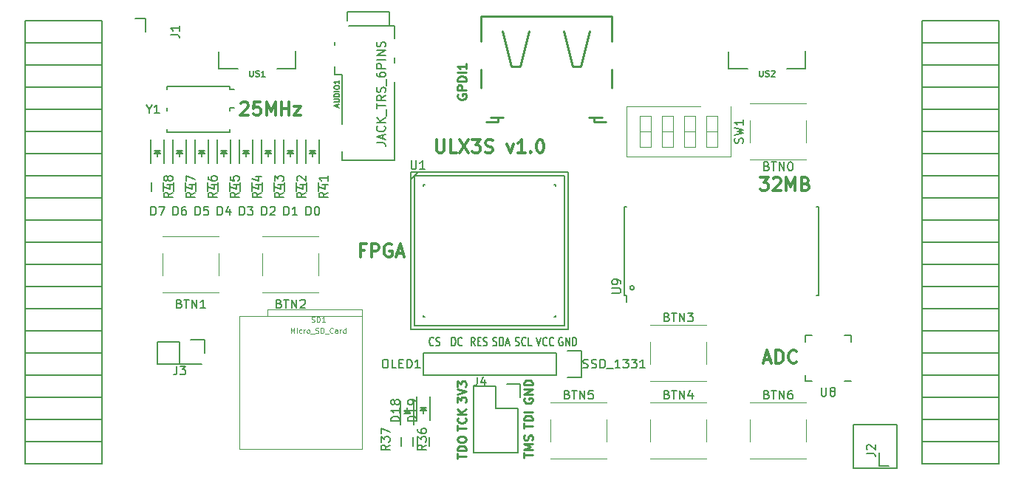
<source format=gto>
G04 #@! TF.FileFunction,Legend,Top*
%FSLAX46Y46*%
G04 Gerber Fmt 4.6, Leading zero omitted, Abs format (unit mm)*
G04 Created by KiCad (PCBNEW 4.0.7+dfsg1-1) date Wed Oct  4 23:58:25 2017*
%MOMM*%
%LPD*%
G01*
G04 APERTURE LIST*
%ADD10C,0.100000*%
%ADD11C,0.300000*%
%ADD12C,0.250000*%
%ADD13C,0.010160*%
%ADD14C,0.150000*%
%ADD15C,0.254000*%
%ADD16C,0.120000*%
%ADD17C,0.124460*%
%ADD18C,0.152400*%
G04 APERTURE END LIST*
D10*
D11*
X132442858Y-75076571D02*
X132442858Y-76290857D01*
X132514286Y-76433714D01*
X132585715Y-76505143D01*
X132728572Y-76576571D01*
X133014286Y-76576571D01*
X133157144Y-76505143D01*
X133228572Y-76433714D01*
X133300001Y-76290857D01*
X133300001Y-75076571D01*
X134728573Y-76576571D02*
X134014287Y-76576571D01*
X134014287Y-75076571D01*
X135085716Y-75076571D02*
X136085716Y-76576571D01*
X136085716Y-75076571D02*
X135085716Y-76576571D01*
X136514287Y-75076571D02*
X137442858Y-75076571D01*
X136942858Y-75648000D01*
X137157144Y-75648000D01*
X137300001Y-75719429D01*
X137371430Y-75790857D01*
X137442858Y-75933714D01*
X137442858Y-76290857D01*
X137371430Y-76433714D01*
X137300001Y-76505143D01*
X137157144Y-76576571D01*
X136728572Y-76576571D01*
X136585715Y-76505143D01*
X136514287Y-76433714D01*
X138014286Y-76505143D02*
X138228572Y-76576571D01*
X138585715Y-76576571D01*
X138728572Y-76505143D01*
X138800001Y-76433714D01*
X138871429Y-76290857D01*
X138871429Y-76148000D01*
X138800001Y-76005143D01*
X138728572Y-75933714D01*
X138585715Y-75862286D01*
X138300001Y-75790857D01*
X138157143Y-75719429D01*
X138085715Y-75648000D01*
X138014286Y-75505143D01*
X138014286Y-75362286D01*
X138085715Y-75219429D01*
X138157143Y-75148000D01*
X138300001Y-75076571D01*
X138657143Y-75076571D01*
X138871429Y-75148000D01*
X140514286Y-75576571D02*
X140871429Y-76576571D01*
X141228571Y-75576571D01*
X142585714Y-76576571D02*
X141728571Y-76576571D01*
X142157143Y-76576571D02*
X142157143Y-75076571D01*
X142014286Y-75290857D01*
X141871428Y-75433714D01*
X141728571Y-75505143D01*
X143228571Y-76433714D02*
X143299999Y-76505143D01*
X143228571Y-76576571D01*
X143157142Y-76505143D01*
X143228571Y-76433714D01*
X143228571Y-76576571D01*
X144228571Y-75076571D02*
X144371428Y-75076571D01*
X144514285Y-75148000D01*
X144585714Y-75219429D01*
X144657143Y-75362286D01*
X144728571Y-75648000D01*
X144728571Y-76005143D01*
X144657143Y-76290857D01*
X144585714Y-76433714D01*
X144514285Y-76505143D01*
X144371428Y-76576571D01*
X144228571Y-76576571D01*
X144085714Y-76505143D01*
X144014285Y-76433714D01*
X143942857Y-76290857D01*
X143871428Y-76005143D01*
X143871428Y-75648000D01*
X143942857Y-75362286D01*
X144014285Y-75219429D01*
X144085714Y-75148000D01*
X144228571Y-75076571D01*
X124175429Y-87728857D02*
X123675429Y-87728857D01*
X123675429Y-88514571D02*
X123675429Y-87014571D01*
X124389715Y-87014571D01*
X124961143Y-88514571D02*
X124961143Y-87014571D01*
X125532571Y-87014571D01*
X125675429Y-87086000D01*
X125746857Y-87157429D01*
X125818286Y-87300286D01*
X125818286Y-87514571D01*
X125746857Y-87657429D01*
X125675429Y-87728857D01*
X125532571Y-87800286D01*
X124961143Y-87800286D01*
X127246857Y-87086000D02*
X127104000Y-87014571D01*
X126889714Y-87014571D01*
X126675429Y-87086000D01*
X126532571Y-87228857D01*
X126461143Y-87371714D01*
X126389714Y-87657429D01*
X126389714Y-87871714D01*
X126461143Y-88157429D01*
X126532571Y-88300286D01*
X126675429Y-88443143D01*
X126889714Y-88514571D01*
X127032571Y-88514571D01*
X127246857Y-88443143D01*
X127318286Y-88371714D01*
X127318286Y-87871714D01*
X127032571Y-87871714D01*
X127889714Y-88086000D02*
X128604000Y-88086000D01*
X127746857Y-88514571D02*
X128246857Y-87014571D01*
X128746857Y-88514571D01*
X169510572Y-79394571D02*
X170439143Y-79394571D01*
X169939143Y-79966000D01*
X170153429Y-79966000D01*
X170296286Y-80037429D01*
X170367715Y-80108857D01*
X170439143Y-80251714D01*
X170439143Y-80608857D01*
X170367715Y-80751714D01*
X170296286Y-80823143D01*
X170153429Y-80894571D01*
X169724857Y-80894571D01*
X169582000Y-80823143D01*
X169510572Y-80751714D01*
X171010571Y-79537429D02*
X171082000Y-79466000D01*
X171224857Y-79394571D01*
X171582000Y-79394571D01*
X171724857Y-79466000D01*
X171796286Y-79537429D01*
X171867714Y-79680286D01*
X171867714Y-79823143D01*
X171796286Y-80037429D01*
X170939143Y-80894571D01*
X171867714Y-80894571D01*
X172510571Y-80894571D02*
X172510571Y-79394571D01*
X173010571Y-80466000D01*
X173510571Y-79394571D01*
X173510571Y-80894571D01*
X174724857Y-80108857D02*
X174939143Y-80180286D01*
X175010571Y-80251714D01*
X175082000Y-80394571D01*
X175082000Y-80608857D01*
X175010571Y-80751714D01*
X174939143Y-80823143D01*
X174796285Y-80894571D01*
X174224857Y-80894571D01*
X174224857Y-79394571D01*
X174724857Y-79394571D01*
X174867714Y-79466000D01*
X174939143Y-79537429D01*
X175010571Y-79680286D01*
X175010571Y-79823143D01*
X174939143Y-79966000D01*
X174867714Y-80037429D01*
X174724857Y-80108857D01*
X174224857Y-80108857D01*
X169966857Y-100278000D02*
X170681143Y-100278000D01*
X169824000Y-100706571D02*
X170324000Y-99206571D01*
X170824000Y-100706571D01*
X171324000Y-100706571D02*
X171324000Y-99206571D01*
X171681143Y-99206571D01*
X171895428Y-99278000D01*
X172038286Y-99420857D01*
X172109714Y-99563714D01*
X172181143Y-99849429D01*
X172181143Y-100063714D01*
X172109714Y-100349429D01*
X172038286Y-100492286D01*
X171895428Y-100635143D01*
X171681143Y-100706571D01*
X171324000Y-100706571D01*
X173681143Y-100563714D02*
X173609714Y-100635143D01*
X173395428Y-100706571D01*
X173252571Y-100706571D01*
X173038286Y-100635143D01*
X172895428Y-100492286D01*
X172824000Y-100349429D01*
X172752571Y-100063714D01*
X172752571Y-99849429D01*
X172824000Y-99563714D01*
X172895428Y-99420857D01*
X173038286Y-99278000D01*
X173252571Y-99206571D01*
X173395428Y-99206571D01*
X173609714Y-99278000D01*
X173681143Y-99349429D01*
X110011143Y-70901429D02*
X110082572Y-70830000D01*
X110225429Y-70758571D01*
X110582572Y-70758571D01*
X110725429Y-70830000D01*
X110796858Y-70901429D01*
X110868286Y-71044286D01*
X110868286Y-71187143D01*
X110796858Y-71401429D01*
X109939715Y-72258571D01*
X110868286Y-72258571D01*
X112225429Y-70758571D02*
X111511143Y-70758571D01*
X111439714Y-71472857D01*
X111511143Y-71401429D01*
X111654000Y-71330000D01*
X112011143Y-71330000D01*
X112154000Y-71401429D01*
X112225429Y-71472857D01*
X112296857Y-71615714D01*
X112296857Y-71972857D01*
X112225429Y-72115714D01*
X112154000Y-72187143D01*
X112011143Y-72258571D01*
X111654000Y-72258571D01*
X111511143Y-72187143D01*
X111439714Y-72115714D01*
X112939714Y-72258571D02*
X112939714Y-70758571D01*
X113439714Y-71830000D01*
X113939714Y-70758571D01*
X113939714Y-72258571D01*
X114654000Y-72258571D02*
X114654000Y-70758571D01*
X114654000Y-71472857D02*
X115511143Y-71472857D01*
X115511143Y-72258571D02*
X115511143Y-70758571D01*
X116082572Y-71258571D02*
X116868286Y-71258571D01*
X116082572Y-72258571D01*
X116868286Y-72258571D01*
D12*
X142447381Y-111521333D02*
X142447381Y-110949904D01*
X143447381Y-111235619D02*
X142447381Y-111235619D01*
X143447381Y-110616571D02*
X142447381Y-110616571D01*
X143161667Y-110283237D01*
X142447381Y-109949904D01*
X143447381Y-109949904D01*
X143399762Y-109521333D02*
X143447381Y-109378476D01*
X143447381Y-109140380D01*
X143399762Y-109045142D01*
X143352143Y-108997523D01*
X143256905Y-108949904D01*
X143161667Y-108949904D01*
X143066429Y-108997523D01*
X143018810Y-109045142D01*
X142971190Y-109140380D01*
X142923571Y-109330857D01*
X142875952Y-109426095D01*
X142828333Y-109473714D01*
X142733095Y-109521333D01*
X142637857Y-109521333D01*
X142542619Y-109473714D01*
X142495000Y-109426095D01*
X142447381Y-109330857D01*
X142447381Y-109092761D01*
X142495000Y-108949904D01*
X142447381Y-108163809D02*
X142447381Y-107592380D01*
X143447381Y-107878095D02*
X142447381Y-107878095D01*
X143447381Y-107259047D02*
X142447381Y-107259047D01*
X142447381Y-107020952D01*
X142495000Y-106878094D01*
X142590238Y-106782856D01*
X142685476Y-106735237D01*
X142875952Y-106687618D01*
X143018810Y-106687618D01*
X143209286Y-106735237D01*
X143304524Y-106782856D01*
X143399762Y-106878094D01*
X143447381Y-107020952D01*
X143447381Y-107259047D01*
X143447381Y-106259047D02*
X142447381Y-106259047D01*
X142495000Y-104726904D02*
X142447381Y-104822142D01*
X142447381Y-104964999D01*
X142495000Y-105107857D01*
X142590238Y-105203095D01*
X142685476Y-105250714D01*
X142875952Y-105298333D01*
X143018810Y-105298333D01*
X143209286Y-105250714D01*
X143304524Y-105203095D01*
X143399762Y-105107857D01*
X143447381Y-104964999D01*
X143447381Y-104869761D01*
X143399762Y-104726904D01*
X143352143Y-104679285D01*
X143018810Y-104679285D01*
X143018810Y-104869761D01*
X143447381Y-104250714D02*
X142447381Y-104250714D01*
X143447381Y-103679285D01*
X142447381Y-103679285D01*
X143447381Y-103203095D02*
X142447381Y-103203095D01*
X142447381Y-102965000D01*
X142495000Y-102822142D01*
X142590238Y-102726904D01*
X142685476Y-102679285D01*
X142875952Y-102631666D01*
X143018810Y-102631666D01*
X143209286Y-102679285D01*
X143304524Y-102726904D01*
X143399762Y-102822142D01*
X143447381Y-102965000D01*
X143447381Y-103203095D01*
X134827381Y-111624524D02*
X134827381Y-111053095D01*
X135827381Y-111338810D02*
X134827381Y-111338810D01*
X135827381Y-110719762D02*
X134827381Y-110719762D01*
X134827381Y-110481667D01*
X134875000Y-110338809D01*
X134970238Y-110243571D01*
X135065476Y-110195952D01*
X135255952Y-110148333D01*
X135398810Y-110148333D01*
X135589286Y-110195952D01*
X135684524Y-110243571D01*
X135779762Y-110338809D01*
X135827381Y-110481667D01*
X135827381Y-110719762D01*
X134827381Y-109529286D02*
X134827381Y-109338809D01*
X134875000Y-109243571D01*
X134970238Y-109148333D01*
X135160714Y-109100714D01*
X135494048Y-109100714D01*
X135684524Y-109148333D01*
X135779762Y-109243571D01*
X135827381Y-109338809D01*
X135827381Y-109529286D01*
X135779762Y-109624524D01*
X135684524Y-109719762D01*
X135494048Y-109767381D01*
X135160714Y-109767381D01*
X134970238Y-109719762D01*
X134875000Y-109624524D01*
X134827381Y-109529286D01*
X134827381Y-108425714D02*
X134827381Y-107854285D01*
X135827381Y-108140000D02*
X134827381Y-108140000D01*
X135732143Y-106949523D02*
X135779762Y-106997142D01*
X135827381Y-107139999D01*
X135827381Y-107235237D01*
X135779762Y-107378095D01*
X135684524Y-107473333D01*
X135589286Y-107520952D01*
X135398810Y-107568571D01*
X135255952Y-107568571D01*
X135065476Y-107520952D01*
X134970238Y-107473333D01*
X134875000Y-107378095D01*
X134827381Y-107235237D01*
X134827381Y-107139999D01*
X134875000Y-106997142D01*
X134922619Y-106949523D01*
X135827381Y-106520952D02*
X134827381Y-106520952D01*
X135827381Y-105949523D02*
X135255952Y-106378095D01*
X134827381Y-105949523D02*
X135398810Y-106520952D01*
X134827381Y-105203095D02*
X134827381Y-104584047D01*
X135208333Y-104917381D01*
X135208333Y-104774523D01*
X135255952Y-104679285D01*
X135303571Y-104631666D01*
X135398810Y-104584047D01*
X135636905Y-104584047D01*
X135732143Y-104631666D01*
X135779762Y-104679285D01*
X135827381Y-104774523D01*
X135827381Y-105060238D01*
X135779762Y-105155476D01*
X135732143Y-105203095D01*
X134827381Y-104298333D02*
X135827381Y-103965000D01*
X134827381Y-103631666D01*
X134827381Y-103393571D02*
X134827381Y-102774523D01*
X135208333Y-103107857D01*
X135208333Y-102964999D01*
X135255952Y-102869761D01*
X135303571Y-102822142D01*
X135398810Y-102774523D01*
X135636905Y-102774523D01*
X135732143Y-102822142D01*
X135779762Y-102869761D01*
X135827381Y-102964999D01*
X135827381Y-103250714D01*
X135779762Y-103345952D01*
X135732143Y-103393571D01*
D13*
X113070000Y-95320000D02*
X113070000Y-94520000D01*
X113070000Y-94520000D02*
X123870000Y-94520000D01*
X123870000Y-94520000D02*
X123870000Y-95320000D01*
X109870000Y-110520000D02*
X109870000Y-95320000D01*
X109870000Y-95320000D02*
X123870000Y-95320000D01*
X123870000Y-95320000D02*
X123870000Y-110520000D01*
X123870000Y-110520000D02*
X109870000Y-110520000D01*
D14*
X117480000Y-75060000D02*
X117480000Y-77760000D01*
X118980000Y-75060000D02*
X118980000Y-77760000D01*
X118080000Y-76560000D02*
X118330000Y-76560000D01*
X118330000Y-76560000D02*
X118180000Y-76410000D01*
X118580000Y-76310000D02*
X117880000Y-76310000D01*
X118230000Y-76660000D02*
X118230000Y-77010000D01*
X118230000Y-76310000D02*
X118580000Y-76660000D01*
X118580000Y-76660000D02*
X117880000Y-76660000D01*
X117880000Y-76660000D02*
X118230000Y-76310000D01*
X114940000Y-75060000D02*
X114940000Y-77760000D01*
X116440000Y-75060000D02*
X116440000Y-77760000D01*
X115540000Y-76560000D02*
X115790000Y-76560000D01*
X115790000Y-76560000D02*
X115640000Y-76410000D01*
X116040000Y-76310000D02*
X115340000Y-76310000D01*
X115690000Y-76660000D02*
X115690000Y-77010000D01*
X115690000Y-76310000D02*
X116040000Y-76660000D01*
X116040000Y-76660000D02*
X115340000Y-76660000D01*
X115340000Y-76660000D02*
X115690000Y-76310000D01*
X112400000Y-75060000D02*
X112400000Y-77760000D01*
X113900000Y-75060000D02*
X113900000Y-77760000D01*
X113000000Y-76560000D02*
X113250000Y-76560000D01*
X113250000Y-76560000D02*
X113100000Y-76410000D01*
X113500000Y-76310000D02*
X112800000Y-76310000D01*
X113150000Y-76660000D02*
X113150000Y-77010000D01*
X113150000Y-76310000D02*
X113500000Y-76660000D01*
X113500000Y-76660000D02*
X112800000Y-76660000D01*
X112800000Y-76660000D02*
X113150000Y-76310000D01*
X109860000Y-75060000D02*
X109860000Y-77760000D01*
X111360000Y-75060000D02*
X111360000Y-77760000D01*
X110460000Y-76560000D02*
X110710000Y-76560000D01*
X110710000Y-76560000D02*
X110560000Y-76410000D01*
X110960000Y-76310000D02*
X110260000Y-76310000D01*
X110610000Y-76660000D02*
X110610000Y-77010000D01*
X110610000Y-76310000D02*
X110960000Y-76660000D01*
X110960000Y-76660000D02*
X110260000Y-76660000D01*
X110260000Y-76660000D02*
X110610000Y-76310000D01*
X107320000Y-75060000D02*
X107320000Y-77760000D01*
X108820000Y-75060000D02*
X108820000Y-77760000D01*
X107920000Y-76560000D02*
X108170000Y-76560000D01*
X108170000Y-76560000D02*
X108020000Y-76410000D01*
X108420000Y-76310000D02*
X107720000Y-76310000D01*
X108070000Y-76660000D02*
X108070000Y-77010000D01*
X108070000Y-76310000D02*
X108420000Y-76660000D01*
X108420000Y-76660000D02*
X107720000Y-76660000D01*
X107720000Y-76660000D02*
X108070000Y-76310000D01*
X104780000Y-75060000D02*
X104780000Y-77760000D01*
X106280000Y-75060000D02*
X106280000Y-77760000D01*
X105380000Y-76560000D02*
X105630000Y-76560000D01*
X105630000Y-76560000D02*
X105480000Y-76410000D01*
X105880000Y-76310000D02*
X105180000Y-76310000D01*
X105530000Y-76660000D02*
X105530000Y-77010000D01*
X105530000Y-76310000D02*
X105880000Y-76660000D01*
X105880000Y-76660000D02*
X105180000Y-76660000D01*
X105180000Y-76660000D02*
X105530000Y-76310000D01*
X102240000Y-75060000D02*
X102240000Y-77760000D01*
X103740000Y-75060000D02*
X103740000Y-77760000D01*
X102840000Y-76560000D02*
X103090000Y-76560000D01*
X103090000Y-76560000D02*
X102940000Y-76410000D01*
X103340000Y-76310000D02*
X102640000Y-76310000D01*
X102990000Y-76660000D02*
X102990000Y-77010000D01*
X102990000Y-76310000D02*
X103340000Y-76660000D01*
X103340000Y-76660000D02*
X102640000Y-76660000D01*
X102640000Y-76660000D02*
X102990000Y-76310000D01*
X99700000Y-75060000D02*
X99700000Y-77760000D01*
X101200000Y-75060000D02*
X101200000Y-77760000D01*
X100300000Y-76560000D02*
X100550000Y-76560000D01*
X100550000Y-76560000D02*
X100400000Y-76410000D01*
X100800000Y-76310000D02*
X100100000Y-76310000D01*
X100450000Y-76660000D02*
X100450000Y-77010000D01*
X100450000Y-76310000D02*
X100800000Y-76660000D01*
X100800000Y-76660000D02*
X100100000Y-76660000D01*
X100100000Y-76660000D02*
X100450000Y-76310000D01*
X176180000Y-92880000D02*
X175980000Y-92880000D01*
X176180000Y-82720000D02*
X175980000Y-82720000D01*
X155080000Y-92050000D02*
G75*
G03X155080000Y-92050000I-250000J0D01*
G01*
X154180000Y-92880000D02*
X154180000Y-93700000D01*
X153980000Y-92880000D02*
X154180000Y-92880000D01*
X153980000Y-82720000D02*
X154180000Y-82720000D01*
X176190000Y-82720000D02*
X176190000Y-92880000D01*
X153970000Y-92880000D02*
X153970000Y-82720000D01*
X85270000Y-112220000D02*
X94100000Y-112220000D01*
X85270000Y-109680000D02*
X85270000Y-112220000D01*
X94100000Y-109680000D02*
X94100000Y-112220000D01*
X94100000Y-112220000D02*
X85270000Y-112220000D01*
X94100000Y-109680000D02*
X85270000Y-109680000D01*
X94100000Y-107140000D02*
X94100000Y-109680000D01*
X85270000Y-107140000D02*
X85270000Y-109680000D01*
X85270000Y-109680000D02*
X94100000Y-109680000D01*
X85270000Y-91900000D02*
X94100000Y-91900000D01*
X85270000Y-89360000D02*
X85270000Y-91900000D01*
X94100000Y-89360000D02*
X94100000Y-91900000D01*
X94100000Y-91900000D02*
X85270000Y-91900000D01*
X94100000Y-94440000D02*
X85270000Y-94440000D01*
X94100000Y-91900000D02*
X94100000Y-94440000D01*
X85270000Y-91900000D02*
X85270000Y-94440000D01*
X85270000Y-94440000D02*
X94100000Y-94440000D01*
X85270000Y-107140000D02*
X94100000Y-107140000D01*
X85270000Y-104600000D02*
X85270000Y-107140000D01*
X94100000Y-104600000D02*
X94100000Y-107140000D01*
X94100000Y-107140000D02*
X85270000Y-107140000D01*
X94100000Y-104600000D02*
X85270000Y-104600000D01*
X94100000Y-102060000D02*
X94100000Y-104600000D01*
X85270000Y-102060000D02*
X85270000Y-104600000D01*
X85270000Y-104600000D02*
X94100000Y-104600000D01*
X85270000Y-102060000D02*
X94100000Y-102060000D01*
X85270000Y-99520000D02*
X85270000Y-102060000D01*
X94100000Y-99520000D02*
X94100000Y-102060000D01*
X94100000Y-102060000D02*
X85270000Y-102060000D01*
X94100000Y-99520000D02*
X85270000Y-99520000D01*
X94100000Y-96980000D02*
X94100000Y-99520000D01*
X85270000Y-96980000D02*
X85270000Y-99520000D01*
X85270000Y-99520000D02*
X94100000Y-99520000D01*
X85270000Y-96980000D02*
X94100000Y-96980000D01*
X85270000Y-94440000D02*
X85270000Y-96980000D01*
X94100000Y-94440000D02*
X94100000Y-96980000D01*
X94100000Y-96980000D02*
X85270000Y-96980000D01*
X94100000Y-79200000D02*
X85270000Y-79200000D01*
X94100000Y-76660000D02*
X94100000Y-79200000D01*
X85270000Y-76660000D02*
X85270000Y-79200000D01*
X85270000Y-79200000D02*
X94100000Y-79200000D01*
X85270000Y-81740000D02*
X94100000Y-81740000D01*
X85270000Y-79200000D02*
X85270000Y-81740000D01*
X94100000Y-79200000D02*
X94100000Y-81740000D01*
X94100000Y-81740000D02*
X85270000Y-81740000D01*
X94100000Y-84280000D02*
X85270000Y-84280000D01*
X94100000Y-81740000D02*
X94100000Y-84280000D01*
X85270000Y-81740000D02*
X85270000Y-84280000D01*
X85270000Y-84280000D02*
X94100000Y-84280000D01*
X85270000Y-86820000D02*
X94100000Y-86820000D01*
X85270000Y-84280000D02*
X85270000Y-86820000D01*
X94100000Y-84280000D02*
X94100000Y-86820000D01*
X94100000Y-86820000D02*
X85270000Y-86820000D01*
X94100000Y-89360000D02*
X85270000Y-89360000D01*
X94100000Y-86820000D02*
X94100000Y-89360000D01*
X85270000Y-86820000D02*
X85270000Y-89360000D01*
X85270000Y-89360000D02*
X94100000Y-89360000D01*
X85270000Y-76660000D02*
X94100000Y-76660000D01*
X85270000Y-74120000D02*
X85270000Y-76660000D01*
X94100000Y-74120000D02*
X94100000Y-76660000D01*
X94100000Y-76660000D02*
X85270000Y-76660000D01*
X94100000Y-74120000D02*
X85270000Y-74120000D01*
X94100000Y-71580000D02*
X94100000Y-74120000D01*
X85270000Y-71580000D02*
X85270000Y-74120000D01*
X85270000Y-74120000D02*
X94100000Y-74120000D01*
X85270000Y-71580000D02*
X94100000Y-71580000D01*
X85270000Y-69040000D02*
X85270000Y-71580000D01*
X94100000Y-69040000D02*
X94100000Y-71580000D01*
X94100000Y-71580000D02*
X85270000Y-71580000D01*
X94100000Y-69040000D02*
X85270000Y-69040000D01*
X94100000Y-66500000D02*
X94100000Y-69040000D01*
X85270000Y-66500000D02*
X85270000Y-69040000D01*
X85270000Y-69040000D02*
X94100000Y-69040000D01*
X85270000Y-66500000D02*
X94100000Y-66500000D01*
X85270000Y-63960000D02*
X85270000Y-66500000D01*
X94100000Y-63960000D02*
X94100000Y-66500000D01*
X94100000Y-66500000D02*
X85270000Y-66500000D01*
X94100000Y-63960000D02*
X85270000Y-63960000D01*
X94100000Y-61420000D02*
X94100000Y-63960000D01*
X99060000Y-62690000D02*
X99060000Y-61140000D01*
X99060000Y-61140000D02*
X97910000Y-61140000D01*
X94100000Y-61420000D02*
X85270000Y-61420000D01*
X85270000Y-61420000D02*
X85270000Y-63960000D01*
X85270000Y-63960000D02*
X94100000Y-63960000D01*
X196910000Y-61420000D02*
X188080000Y-61420000D01*
X196910000Y-63960000D02*
X196910000Y-61420000D01*
X188080000Y-63960000D02*
X188080000Y-61420000D01*
X188080000Y-61420000D02*
X196910000Y-61420000D01*
X188080000Y-63960000D02*
X196910000Y-63960000D01*
X188080000Y-66500000D02*
X188080000Y-63960000D01*
X196910000Y-66500000D02*
X196910000Y-63960000D01*
X196910000Y-63960000D02*
X188080000Y-63960000D01*
X196910000Y-81740000D02*
X188080000Y-81740000D01*
X196910000Y-84280000D02*
X196910000Y-81740000D01*
X188080000Y-84280000D02*
X188080000Y-81740000D01*
X188080000Y-81740000D02*
X196910000Y-81740000D01*
X188080000Y-79200000D02*
X196910000Y-79200000D01*
X188080000Y-81740000D02*
X188080000Y-79200000D01*
X196910000Y-81740000D02*
X196910000Y-79200000D01*
X196910000Y-79200000D02*
X188080000Y-79200000D01*
X196910000Y-66500000D02*
X188080000Y-66500000D01*
X196910000Y-69040000D02*
X196910000Y-66500000D01*
X188080000Y-69040000D02*
X188080000Y-66500000D01*
X188080000Y-66500000D02*
X196910000Y-66500000D01*
X188080000Y-69040000D02*
X196910000Y-69040000D01*
X188080000Y-71580000D02*
X188080000Y-69040000D01*
X196910000Y-71580000D02*
X196910000Y-69040000D01*
X196910000Y-69040000D02*
X188080000Y-69040000D01*
X196910000Y-71580000D02*
X188080000Y-71580000D01*
X196910000Y-74120000D02*
X196910000Y-71580000D01*
X188080000Y-74120000D02*
X188080000Y-71580000D01*
X188080000Y-71580000D02*
X196910000Y-71580000D01*
X188080000Y-74120000D02*
X196910000Y-74120000D01*
X188080000Y-76660000D02*
X188080000Y-74120000D01*
X196910000Y-76660000D02*
X196910000Y-74120000D01*
X196910000Y-74120000D02*
X188080000Y-74120000D01*
X196910000Y-76660000D02*
X188080000Y-76660000D01*
X196910000Y-79200000D02*
X196910000Y-76660000D01*
X188080000Y-79200000D02*
X188080000Y-76660000D01*
X188080000Y-76660000D02*
X196910000Y-76660000D01*
X188080000Y-94440000D02*
X196910000Y-94440000D01*
X188080000Y-96980000D02*
X188080000Y-94440000D01*
X196910000Y-96980000D02*
X196910000Y-94440000D01*
X196910000Y-94440000D02*
X188080000Y-94440000D01*
X196910000Y-91900000D02*
X188080000Y-91900000D01*
X196910000Y-94440000D02*
X196910000Y-91900000D01*
X188080000Y-94440000D02*
X188080000Y-91900000D01*
X188080000Y-91900000D02*
X196910000Y-91900000D01*
X188080000Y-89360000D02*
X196910000Y-89360000D01*
X188080000Y-91900000D02*
X188080000Y-89360000D01*
X196910000Y-91900000D02*
X196910000Y-89360000D01*
X196910000Y-89360000D02*
X188080000Y-89360000D01*
X196910000Y-86820000D02*
X188080000Y-86820000D01*
X196910000Y-89360000D02*
X196910000Y-86820000D01*
X188080000Y-89360000D02*
X188080000Y-86820000D01*
X188080000Y-86820000D02*
X196910000Y-86820000D01*
X188080000Y-84280000D02*
X196910000Y-84280000D01*
X188080000Y-86820000D02*
X188080000Y-84280000D01*
X196910000Y-86820000D02*
X196910000Y-84280000D01*
X196910000Y-84280000D02*
X188080000Y-84280000D01*
X196910000Y-96980000D02*
X188080000Y-96980000D01*
X196910000Y-99520000D02*
X196910000Y-96980000D01*
X188080000Y-99520000D02*
X188080000Y-96980000D01*
X188080000Y-96980000D02*
X196910000Y-96980000D01*
X188080000Y-99520000D02*
X196910000Y-99520000D01*
X188080000Y-102060000D02*
X188080000Y-99520000D01*
X196910000Y-102060000D02*
X196910000Y-99520000D01*
X196910000Y-99520000D02*
X188080000Y-99520000D01*
X196910000Y-102060000D02*
X188080000Y-102060000D01*
X196910000Y-104600000D02*
X196910000Y-102060000D01*
X188080000Y-104600000D02*
X188080000Y-102060000D01*
X188080000Y-102060000D02*
X196910000Y-102060000D01*
X188080000Y-104600000D02*
X196910000Y-104600000D01*
X188080000Y-107140000D02*
X188080000Y-104600000D01*
X196910000Y-107140000D02*
X196910000Y-104600000D01*
X196910000Y-104600000D02*
X188080000Y-104600000D01*
X196910000Y-107140000D02*
X188080000Y-107140000D01*
X196910000Y-109680000D02*
X196910000Y-107140000D01*
X188080000Y-109680000D02*
X188080000Y-107140000D01*
X188080000Y-107140000D02*
X196910000Y-107140000D01*
X188080000Y-109680000D02*
X196910000Y-109680000D01*
X188080000Y-112220000D02*
X188080000Y-109680000D01*
X183120000Y-110950000D02*
X183120000Y-112500000D01*
X183120000Y-112500000D02*
X184270000Y-112500000D01*
X188080000Y-112220000D02*
X196910000Y-112220000D01*
X196910000Y-112220000D02*
X196910000Y-109680000D01*
X196910000Y-109680000D02*
X188080000Y-109680000D01*
X108724000Y-69280000D02*
X109274000Y-69280000D01*
X101524000Y-68980000D02*
X101524000Y-69280000D01*
X101524000Y-74180000D02*
X101524000Y-73880000D01*
X108724000Y-74180000D02*
X108724000Y-73880000D01*
X108724000Y-68980000D02*
X108724000Y-69280000D01*
X108724000Y-68980000D02*
X101524000Y-68980000D01*
X108724000Y-71380000D02*
X109274000Y-71380000D01*
X108724000Y-74180000D02*
X101524000Y-74180000D01*
X101524000Y-71380000D02*
X101524000Y-71780000D01*
X108724000Y-71380000D02*
X108724000Y-71780000D01*
X105810000Y-99520000D02*
X105810000Y-97970000D01*
X102990000Y-100790000D02*
X105530000Y-100790000D01*
X105810000Y-97970000D02*
X104260000Y-97970000D01*
X100450000Y-100790000D02*
X102990000Y-100790000D01*
X102990000Y-100790000D02*
X102990000Y-98250000D01*
X102990000Y-98250000D02*
X100450000Y-98250000D01*
X100450000Y-98250000D02*
X100450000Y-100790000D01*
X129775000Y-107724000D02*
X129775000Y-105024000D01*
X128275000Y-107724000D02*
X128275000Y-105024000D01*
X129175000Y-106224000D02*
X128925000Y-106224000D01*
X128925000Y-106224000D02*
X129075000Y-106374000D01*
X128675000Y-106474000D02*
X129375000Y-106474000D01*
X129025000Y-106124000D02*
X129025000Y-105774000D01*
X129025000Y-106474000D02*
X128675000Y-106124000D01*
X128675000Y-106124000D02*
X129375000Y-106124000D01*
X129375000Y-106124000D02*
X129025000Y-106474000D01*
X130180000Y-104524000D02*
X130180000Y-107224000D01*
X131680000Y-104524000D02*
X131680000Y-107224000D01*
X130780000Y-106024000D02*
X131030000Y-106024000D01*
X131030000Y-106024000D02*
X130880000Y-105874000D01*
X131280000Y-105774000D02*
X130580000Y-105774000D01*
X130930000Y-106124000D02*
X130930000Y-106474000D01*
X130930000Y-105774000D02*
X131280000Y-106124000D01*
X131280000Y-106124000D02*
X130580000Y-106124000D01*
X130580000Y-106124000D02*
X130930000Y-105774000D01*
X128350000Y-110180000D02*
X128350000Y-109180000D01*
X129700000Y-109180000D02*
X129700000Y-110180000D01*
X131605000Y-109180000D02*
X131605000Y-110180000D01*
X130255000Y-110180000D02*
X130255000Y-109180000D01*
X116280000Y-64925000D02*
X116280000Y-66925000D01*
X116280000Y-66925000D02*
X114130000Y-66925000D01*
X109630000Y-66925000D02*
X107480000Y-66925000D01*
X107480000Y-66925000D02*
X107480000Y-64975000D01*
X174700000Y-64925000D02*
X174700000Y-66925000D01*
X174700000Y-66925000D02*
X172550000Y-66925000D01*
X168050000Y-66925000D02*
X165900000Y-66925000D01*
X165900000Y-66925000D02*
X165900000Y-64975000D01*
X141725000Y-110950000D02*
X141725000Y-105870000D01*
X142005000Y-103050000D02*
X142005000Y-104600000D01*
X139185000Y-103330000D02*
X139185000Y-105870000D01*
X139185000Y-105870000D02*
X141725000Y-105870000D01*
X141725000Y-110950000D02*
X136645000Y-110950000D01*
X136645000Y-110950000D02*
X136645000Y-105870000D01*
X142005000Y-103050000D02*
X140455000Y-103050000D01*
X136645000Y-103330000D02*
X139185000Y-103330000D01*
X136645000Y-105870000D02*
X136645000Y-103330000D01*
X118905000Y-79970000D02*
X118905000Y-80970000D01*
X117555000Y-80970000D02*
X117555000Y-79970000D01*
X116365000Y-79970000D02*
X116365000Y-80970000D01*
X115015000Y-80970000D02*
X115015000Y-79970000D01*
X113825000Y-79970000D02*
X113825000Y-80970000D01*
X112475000Y-80970000D02*
X112475000Y-79970000D01*
X111285000Y-79970000D02*
X111285000Y-80970000D01*
X109935000Y-80970000D02*
X109935000Y-79970000D01*
X108745000Y-79970000D02*
X108745000Y-80970000D01*
X107395000Y-80970000D02*
X107395000Y-79970000D01*
X106205000Y-79970000D02*
X106205000Y-80970000D01*
X104855000Y-80970000D02*
X104855000Y-79970000D01*
X103665000Y-79970000D02*
X103665000Y-80970000D01*
X102315000Y-80970000D02*
X102315000Y-79970000D01*
X101125000Y-79970000D02*
X101125000Y-80970000D01*
X99775000Y-80970000D02*
X99775000Y-79970000D01*
X174660000Y-102780000D02*
X174660000Y-102030000D01*
X179910000Y-97530000D02*
X179910000Y-98280000D01*
X174660000Y-97530000D02*
X174660000Y-98280000D01*
X179910000Y-102780000D02*
X179160000Y-102780000D01*
X179910000Y-97530000D02*
X179160000Y-97530000D01*
X174660000Y-97530000D02*
X175410000Y-97530000D01*
X174660000Y-102780000D02*
X175410000Y-102780000D01*
X180180640Y-107700640D02*
X185179360Y-107700640D01*
X185179360Y-107700640D02*
X185179360Y-112699360D01*
X185179360Y-112699360D02*
X180180640Y-112699360D01*
X180180640Y-112699360D02*
X180180640Y-107700640D01*
X146170000Y-99520000D02*
X130930000Y-99520000D01*
X130930000Y-99520000D02*
X130930000Y-102060000D01*
X130930000Y-102060000D02*
X146170000Y-102060000D01*
X148990000Y-99240000D02*
X147440000Y-99240000D01*
X146170000Y-99520000D02*
X146170000Y-102060000D01*
X147440000Y-102340000D02*
X148990000Y-102340000D01*
X148990000Y-102340000D02*
X148990000Y-99240000D01*
X122180000Y-60440000D02*
X122180000Y-61440000D01*
X126980000Y-60440000D02*
X122180000Y-60440000D01*
X126980000Y-62040000D02*
X126980000Y-60440000D01*
X127580000Y-62040000D02*
X122380000Y-62040000D01*
X120780000Y-64240000D02*
X120780000Y-63840000D01*
X120780000Y-67640000D02*
X120780000Y-66640000D01*
X121580000Y-67640000D02*
X120780000Y-67640000D01*
X121580000Y-73240000D02*
X121580000Y-67640000D01*
X121580000Y-77440000D02*
X121580000Y-76440000D01*
X127580000Y-77440000D02*
X121580000Y-77440000D01*
X127580000Y-68440000D02*
X127580000Y-77440000D01*
X127580000Y-65640000D02*
X127580000Y-66240000D01*
X127580000Y-62040000D02*
X127580000Y-63440000D01*
D15*
X151378260Y-72548160D02*
X150479100Y-72548160D01*
X150479100Y-72548160D02*
X149879660Y-72548160D01*
X140080340Y-72548160D02*
X139480900Y-72548160D01*
X139480900Y-72548160D02*
X138581740Y-72548160D01*
X137481920Y-69149640D02*
X137481920Y-66998260D01*
X137481920Y-63800400D02*
X137481920Y-60892100D01*
X137481920Y-60892100D02*
X152478080Y-60892100D01*
X152478080Y-60892100D02*
X152478080Y-63800400D01*
X152478080Y-66998260D02*
X152478080Y-69149640D01*
X138106760Y-73048540D02*
X139480900Y-73048540D01*
X139480900Y-73048540D02*
X139480900Y-72548160D01*
X150479100Y-72548160D02*
X150479100Y-73048540D01*
X150479100Y-73048540D02*
X151865940Y-73048540D01*
X142981020Y-62632000D02*
X141980260Y-66632500D01*
X141980260Y-66632500D02*
X140982040Y-66632500D01*
X140982040Y-66632500D02*
X139981280Y-62632000D01*
X146978980Y-62632000D02*
X147979740Y-66632500D01*
X147979740Y-66632500D02*
X148977960Y-66632500D01*
X148977960Y-66632500D02*
X149978720Y-62632000D01*
D16*
X168340000Y-77350000D02*
X168340000Y-77320000D01*
X168340000Y-70890000D02*
X168340000Y-70920000D01*
X174800000Y-70890000D02*
X174800000Y-70920000D01*
X174800000Y-77320000D02*
X174800000Y-77350000D01*
X168340000Y-75420000D02*
X168340000Y-72820000D01*
X174800000Y-77350000D02*
X168340000Y-77350000D01*
X174800000Y-75420000D02*
X174800000Y-72820000D01*
X174800000Y-70890000D02*
X168340000Y-70890000D01*
X107490000Y-86130000D02*
X107490000Y-86160000D01*
X107490000Y-92590000D02*
X107490000Y-92560000D01*
X101030000Y-92590000D02*
X101030000Y-92560000D01*
X101030000Y-86160000D02*
X101030000Y-86130000D01*
X107490000Y-88060000D02*
X107490000Y-90660000D01*
X101030000Y-86130000D02*
X107490000Y-86130000D01*
X101030000Y-88060000D02*
X101030000Y-90660000D01*
X101030000Y-92590000D02*
X107490000Y-92590000D01*
X118920000Y-86130000D02*
X118920000Y-86160000D01*
X118920000Y-92590000D02*
X118920000Y-92560000D01*
X112460000Y-92590000D02*
X112460000Y-92560000D01*
X112460000Y-86160000D02*
X112460000Y-86130000D01*
X118920000Y-88060000D02*
X118920000Y-90660000D01*
X112460000Y-86130000D02*
X118920000Y-86130000D01*
X112460000Y-88060000D02*
X112460000Y-90660000D01*
X112460000Y-92590000D02*
X118920000Y-92590000D01*
X163370000Y-96290000D02*
X163370000Y-96320000D01*
X163370000Y-102750000D02*
X163370000Y-102720000D01*
X156910000Y-102750000D02*
X156910000Y-102720000D01*
X156910000Y-96320000D02*
X156910000Y-96290000D01*
X163370000Y-98220000D02*
X163370000Y-100820000D01*
X156910000Y-96290000D02*
X163370000Y-96290000D01*
X156910000Y-98220000D02*
X156910000Y-100820000D01*
X156910000Y-102750000D02*
X163370000Y-102750000D01*
X156910000Y-111640000D02*
X156910000Y-111610000D01*
X156910000Y-105180000D02*
X156910000Y-105210000D01*
X163370000Y-105180000D02*
X163370000Y-105210000D01*
X163370000Y-111610000D02*
X163370000Y-111640000D01*
X156910000Y-109710000D02*
X156910000Y-107110000D01*
X163370000Y-111640000D02*
X156910000Y-111640000D01*
X163370000Y-109710000D02*
X163370000Y-107110000D01*
X163370000Y-105180000D02*
X156910000Y-105180000D01*
X145480000Y-111640000D02*
X145480000Y-111610000D01*
X145480000Y-105180000D02*
X145480000Y-105210000D01*
X151940000Y-105180000D02*
X151940000Y-105210000D01*
X151940000Y-111610000D02*
X151940000Y-111640000D01*
X145480000Y-109710000D02*
X145480000Y-107110000D01*
X151940000Y-111640000D02*
X145480000Y-111640000D01*
X151940000Y-109710000D02*
X151940000Y-107110000D01*
X151940000Y-105180000D02*
X145480000Y-105180000D01*
X168340000Y-111640000D02*
X168340000Y-111610000D01*
X168340000Y-105180000D02*
X168340000Y-105210000D01*
X174800000Y-105180000D02*
X174800000Y-105210000D01*
X174800000Y-111610000D02*
X174800000Y-111640000D01*
X168340000Y-109710000D02*
X168340000Y-107110000D01*
X174800000Y-111640000D02*
X168340000Y-111640000D01*
X174800000Y-109710000D02*
X174800000Y-107110000D01*
X174800000Y-105180000D02*
X168340000Y-105180000D01*
X166120000Y-71275000D02*
X166120000Y-76965000D01*
X166120000Y-76965000D02*
X154160000Y-76965000D01*
X154160000Y-76965000D02*
X154160000Y-71275000D01*
X154160000Y-71275000D02*
X162680000Y-71275000D01*
X164585000Y-72310000D02*
X163315000Y-72310000D01*
X163315000Y-72310000D02*
X163315000Y-75930000D01*
X163315000Y-75930000D02*
X164585000Y-75930000D01*
X164585000Y-75930000D02*
X164585000Y-72310000D01*
X164585000Y-74120000D02*
X163315000Y-74120000D01*
X162045000Y-72310000D02*
X160775000Y-72310000D01*
X160775000Y-72310000D02*
X160775000Y-75930000D01*
X160775000Y-75930000D02*
X162045000Y-75930000D01*
X162045000Y-75930000D02*
X162045000Y-72310000D01*
X162045000Y-74120000D02*
X160775000Y-74120000D01*
X159505000Y-72310000D02*
X158235000Y-72310000D01*
X158235000Y-72310000D02*
X158235000Y-75930000D01*
X158235000Y-75930000D02*
X159505000Y-75930000D01*
X159505000Y-75930000D02*
X159505000Y-72310000D01*
X159505000Y-74120000D02*
X158235000Y-74120000D01*
X156965000Y-72310000D02*
X155695000Y-72310000D01*
X155695000Y-72310000D02*
X155695000Y-75930000D01*
X155695000Y-75930000D02*
X156965000Y-75930000D01*
X156965000Y-75930000D02*
X156965000Y-72310000D01*
X156965000Y-74120000D02*
X155695000Y-74120000D01*
D14*
X130880000Y-80200000D02*
X131080000Y-80200000D01*
X130880000Y-80400000D02*
X130880000Y-80200000D01*
X146080000Y-80200000D02*
X146080000Y-80400000D01*
X145880000Y-80200000D02*
X146080000Y-80200000D01*
X146080000Y-95400000D02*
X146080000Y-95200000D01*
X145880000Y-95400000D02*
X146080000Y-95400000D01*
X130880000Y-95400000D02*
X131080000Y-95400000D01*
X130880000Y-95200000D02*
X130880000Y-95400000D01*
X130280000Y-78800000D02*
X129480000Y-79600000D01*
X129480000Y-96800000D02*
X129480000Y-78800000D01*
X147480000Y-96800000D02*
X129480000Y-96800000D01*
X147480000Y-78800000D02*
X147480000Y-96800000D01*
X129480000Y-78800000D02*
X147480000Y-78800000D01*
X129880000Y-96400000D02*
X129880000Y-79200000D01*
X147080000Y-96400000D02*
X129880000Y-96400000D01*
X147080000Y-79200000D02*
X147080000Y-96400000D01*
X129880000Y-79200000D02*
X147080000Y-79200000D01*
D17*
X118108564Y-95952630D02*
X118194198Y-95981175D01*
X118336922Y-95981175D01*
X118394012Y-95952630D01*
X118422556Y-95924086D01*
X118451101Y-95866996D01*
X118451101Y-95809907D01*
X118422556Y-95752817D01*
X118394012Y-95724272D01*
X118336922Y-95695728D01*
X118222743Y-95667183D01*
X118165654Y-95638638D01*
X118137109Y-95610093D01*
X118108564Y-95553004D01*
X118108564Y-95495914D01*
X118137109Y-95438825D01*
X118165654Y-95410280D01*
X118222743Y-95381735D01*
X118365467Y-95381735D01*
X118451101Y-95410280D01*
X118708004Y-95981175D02*
X118708004Y-95381735D01*
X118850728Y-95381735D01*
X118936362Y-95410280D01*
X118993451Y-95467370D01*
X119021996Y-95524459D01*
X119050541Y-95638638D01*
X119050541Y-95724272D01*
X119021996Y-95838451D01*
X118993451Y-95895541D01*
X118936362Y-95952630D01*
X118850728Y-95981175D01*
X118708004Y-95981175D01*
X119621436Y-95981175D02*
X119278899Y-95981175D01*
X119450168Y-95981175D02*
X119450168Y-95381735D01*
X119393078Y-95467370D01*
X119335989Y-95524459D01*
X119278899Y-95553004D01*
X115739350Y-97251175D02*
X115739350Y-96651735D01*
X115939163Y-97079907D01*
X116138976Y-96651735D01*
X116138976Y-97251175D01*
X116424424Y-97251175D02*
X116424424Y-96851549D01*
X116424424Y-96651735D02*
X116395879Y-96680280D01*
X116424424Y-96708825D01*
X116452969Y-96680280D01*
X116424424Y-96651735D01*
X116424424Y-96708825D01*
X116966775Y-97222630D02*
X116909685Y-97251175D01*
X116795506Y-97251175D01*
X116738417Y-97222630D01*
X116709872Y-97194086D01*
X116681327Y-97136996D01*
X116681327Y-96965728D01*
X116709872Y-96908638D01*
X116738417Y-96880093D01*
X116795506Y-96851549D01*
X116909685Y-96851549D01*
X116966775Y-96880093D01*
X117223678Y-97251175D02*
X117223678Y-96851549D01*
X117223678Y-96965728D02*
X117252223Y-96908638D01*
X117280767Y-96880093D01*
X117337857Y-96851549D01*
X117394946Y-96851549D01*
X117680394Y-97251175D02*
X117623305Y-97222630D01*
X117594760Y-97194086D01*
X117566215Y-97136996D01*
X117566215Y-96965728D01*
X117594760Y-96908638D01*
X117623305Y-96880093D01*
X117680394Y-96851549D01*
X117766028Y-96851549D01*
X117823118Y-96880093D01*
X117851663Y-96908638D01*
X117880207Y-96965728D01*
X117880207Y-97136996D01*
X117851663Y-97194086D01*
X117823118Y-97222630D01*
X117766028Y-97251175D01*
X117680394Y-97251175D01*
X117994386Y-97308265D02*
X118451102Y-97308265D01*
X118565281Y-97222630D02*
X118650915Y-97251175D01*
X118793639Y-97251175D01*
X118850729Y-97222630D01*
X118879273Y-97194086D01*
X118907818Y-97136996D01*
X118907818Y-97079907D01*
X118879273Y-97022817D01*
X118850729Y-96994272D01*
X118793639Y-96965728D01*
X118679460Y-96937183D01*
X118622371Y-96908638D01*
X118593826Y-96880093D01*
X118565281Y-96823004D01*
X118565281Y-96765914D01*
X118593826Y-96708825D01*
X118622371Y-96680280D01*
X118679460Y-96651735D01*
X118822184Y-96651735D01*
X118907818Y-96680280D01*
X119164721Y-97251175D02*
X119164721Y-96651735D01*
X119307445Y-96651735D01*
X119393079Y-96680280D01*
X119450168Y-96737370D01*
X119478713Y-96794459D01*
X119507258Y-96908638D01*
X119507258Y-96994272D01*
X119478713Y-97108451D01*
X119450168Y-97165541D01*
X119393079Y-97222630D01*
X119307445Y-97251175D01*
X119164721Y-97251175D01*
X119621437Y-97308265D02*
X120078153Y-97308265D01*
X120563414Y-97194086D02*
X120534869Y-97222630D01*
X120449235Y-97251175D01*
X120392145Y-97251175D01*
X120306511Y-97222630D01*
X120249422Y-97165541D01*
X120220877Y-97108451D01*
X120192332Y-96994272D01*
X120192332Y-96908638D01*
X120220877Y-96794459D01*
X120249422Y-96737370D01*
X120306511Y-96680280D01*
X120392145Y-96651735D01*
X120449235Y-96651735D01*
X120534869Y-96680280D01*
X120563414Y-96708825D01*
X121077220Y-97251175D02*
X121077220Y-96937183D01*
X121048675Y-96880093D01*
X120991585Y-96851549D01*
X120877406Y-96851549D01*
X120820317Y-96880093D01*
X121077220Y-97222630D02*
X121020130Y-97251175D01*
X120877406Y-97251175D01*
X120820317Y-97222630D01*
X120791772Y-97165541D01*
X120791772Y-97108451D01*
X120820317Y-97051362D01*
X120877406Y-97022817D01*
X121020130Y-97022817D01*
X121077220Y-96994272D01*
X121362667Y-97251175D02*
X121362667Y-96851549D01*
X121362667Y-96965728D02*
X121391212Y-96908638D01*
X121419756Y-96880093D01*
X121476846Y-96851549D01*
X121533935Y-96851549D01*
X121990652Y-97251175D02*
X121990652Y-96651735D01*
X121990652Y-97222630D02*
X121933562Y-97251175D01*
X121819383Y-97251175D01*
X121762294Y-97222630D01*
X121733749Y-97194086D01*
X121705204Y-97136996D01*
X121705204Y-96965728D01*
X121733749Y-96908638D01*
X121762294Y-96880093D01*
X121819383Y-96851549D01*
X121933562Y-96851549D01*
X121990652Y-96880093D01*
D14*
X117491905Y-83716381D02*
X117491905Y-82716381D01*
X117730000Y-82716381D01*
X117872858Y-82764000D01*
X117968096Y-82859238D01*
X118015715Y-82954476D01*
X118063334Y-83144952D01*
X118063334Y-83287810D01*
X118015715Y-83478286D01*
X117968096Y-83573524D01*
X117872858Y-83668762D01*
X117730000Y-83716381D01*
X117491905Y-83716381D01*
X118682381Y-82716381D02*
X118777620Y-82716381D01*
X118872858Y-82764000D01*
X118920477Y-82811619D01*
X118968096Y-82906857D01*
X119015715Y-83097333D01*
X119015715Y-83335429D01*
X118968096Y-83525905D01*
X118920477Y-83621143D01*
X118872858Y-83668762D01*
X118777620Y-83716381D01*
X118682381Y-83716381D01*
X118587143Y-83668762D01*
X118539524Y-83621143D01*
X118491905Y-83525905D01*
X118444286Y-83335429D01*
X118444286Y-83097333D01*
X118491905Y-82906857D01*
X118539524Y-82811619D01*
X118587143Y-82764000D01*
X118682381Y-82716381D01*
X114951905Y-83716381D02*
X114951905Y-82716381D01*
X115190000Y-82716381D01*
X115332858Y-82764000D01*
X115428096Y-82859238D01*
X115475715Y-82954476D01*
X115523334Y-83144952D01*
X115523334Y-83287810D01*
X115475715Y-83478286D01*
X115428096Y-83573524D01*
X115332858Y-83668762D01*
X115190000Y-83716381D01*
X114951905Y-83716381D01*
X116475715Y-83716381D02*
X115904286Y-83716381D01*
X116190000Y-83716381D02*
X116190000Y-82716381D01*
X116094762Y-82859238D01*
X115999524Y-82954476D01*
X115904286Y-83002095D01*
X112411905Y-83716381D02*
X112411905Y-82716381D01*
X112650000Y-82716381D01*
X112792858Y-82764000D01*
X112888096Y-82859238D01*
X112935715Y-82954476D01*
X112983334Y-83144952D01*
X112983334Y-83287810D01*
X112935715Y-83478286D01*
X112888096Y-83573524D01*
X112792858Y-83668762D01*
X112650000Y-83716381D01*
X112411905Y-83716381D01*
X113364286Y-82811619D02*
X113411905Y-82764000D01*
X113507143Y-82716381D01*
X113745239Y-82716381D01*
X113840477Y-82764000D01*
X113888096Y-82811619D01*
X113935715Y-82906857D01*
X113935715Y-83002095D01*
X113888096Y-83144952D01*
X113316667Y-83716381D01*
X113935715Y-83716381D01*
X109871905Y-83716381D02*
X109871905Y-82716381D01*
X110110000Y-82716381D01*
X110252858Y-82764000D01*
X110348096Y-82859238D01*
X110395715Y-82954476D01*
X110443334Y-83144952D01*
X110443334Y-83287810D01*
X110395715Y-83478286D01*
X110348096Y-83573524D01*
X110252858Y-83668762D01*
X110110000Y-83716381D01*
X109871905Y-83716381D01*
X110776667Y-82716381D02*
X111395715Y-82716381D01*
X111062381Y-83097333D01*
X111205239Y-83097333D01*
X111300477Y-83144952D01*
X111348096Y-83192571D01*
X111395715Y-83287810D01*
X111395715Y-83525905D01*
X111348096Y-83621143D01*
X111300477Y-83668762D01*
X111205239Y-83716381D01*
X110919524Y-83716381D01*
X110824286Y-83668762D01*
X110776667Y-83621143D01*
X107331905Y-83716381D02*
X107331905Y-82716381D01*
X107570000Y-82716381D01*
X107712858Y-82764000D01*
X107808096Y-82859238D01*
X107855715Y-82954476D01*
X107903334Y-83144952D01*
X107903334Y-83287810D01*
X107855715Y-83478286D01*
X107808096Y-83573524D01*
X107712858Y-83668762D01*
X107570000Y-83716381D01*
X107331905Y-83716381D01*
X108760477Y-83049714D02*
X108760477Y-83716381D01*
X108522381Y-82668762D02*
X108284286Y-83383048D01*
X108903334Y-83383048D01*
X104791905Y-83716381D02*
X104791905Y-82716381D01*
X105030000Y-82716381D01*
X105172858Y-82764000D01*
X105268096Y-82859238D01*
X105315715Y-82954476D01*
X105363334Y-83144952D01*
X105363334Y-83287810D01*
X105315715Y-83478286D01*
X105268096Y-83573524D01*
X105172858Y-83668762D01*
X105030000Y-83716381D01*
X104791905Y-83716381D01*
X106268096Y-82716381D02*
X105791905Y-82716381D01*
X105744286Y-83192571D01*
X105791905Y-83144952D01*
X105887143Y-83097333D01*
X106125239Y-83097333D01*
X106220477Y-83144952D01*
X106268096Y-83192571D01*
X106315715Y-83287810D01*
X106315715Y-83525905D01*
X106268096Y-83621143D01*
X106220477Y-83668762D01*
X106125239Y-83716381D01*
X105887143Y-83716381D01*
X105791905Y-83668762D01*
X105744286Y-83621143D01*
X102251905Y-83716381D02*
X102251905Y-82716381D01*
X102490000Y-82716381D01*
X102632858Y-82764000D01*
X102728096Y-82859238D01*
X102775715Y-82954476D01*
X102823334Y-83144952D01*
X102823334Y-83287810D01*
X102775715Y-83478286D01*
X102728096Y-83573524D01*
X102632858Y-83668762D01*
X102490000Y-83716381D01*
X102251905Y-83716381D01*
X103680477Y-82716381D02*
X103490000Y-82716381D01*
X103394762Y-82764000D01*
X103347143Y-82811619D01*
X103251905Y-82954476D01*
X103204286Y-83144952D01*
X103204286Y-83525905D01*
X103251905Y-83621143D01*
X103299524Y-83668762D01*
X103394762Y-83716381D01*
X103585239Y-83716381D01*
X103680477Y-83668762D01*
X103728096Y-83621143D01*
X103775715Y-83525905D01*
X103775715Y-83287810D01*
X103728096Y-83192571D01*
X103680477Y-83144952D01*
X103585239Y-83097333D01*
X103394762Y-83097333D01*
X103299524Y-83144952D01*
X103251905Y-83192571D01*
X103204286Y-83287810D01*
X99711905Y-83716381D02*
X99711905Y-82716381D01*
X99950000Y-82716381D01*
X100092858Y-82764000D01*
X100188096Y-82859238D01*
X100235715Y-82954476D01*
X100283334Y-83144952D01*
X100283334Y-83287810D01*
X100235715Y-83478286D01*
X100188096Y-83573524D01*
X100092858Y-83668762D01*
X99950000Y-83716381D01*
X99711905Y-83716381D01*
X100616667Y-82716381D02*
X101283334Y-82716381D01*
X100854762Y-83716381D01*
X152532381Y-92661905D02*
X153341905Y-92661905D01*
X153437143Y-92614286D01*
X153484762Y-92566667D01*
X153532381Y-92471429D01*
X153532381Y-92280952D01*
X153484762Y-92185714D01*
X153437143Y-92138095D01*
X153341905Y-92090476D01*
X152532381Y-92090476D01*
X153532381Y-91566667D02*
X153532381Y-91376191D01*
X153484762Y-91280952D01*
X153437143Y-91233333D01*
X153294286Y-91138095D01*
X153103810Y-91090476D01*
X152722857Y-91090476D01*
X152627619Y-91138095D01*
X152580000Y-91185714D01*
X152532381Y-91280952D01*
X152532381Y-91471429D01*
X152580000Y-91566667D01*
X152627619Y-91614286D01*
X152722857Y-91661905D01*
X152960952Y-91661905D01*
X153056190Y-91614286D01*
X153103810Y-91566667D01*
X153151429Y-91471429D01*
X153151429Y-91280952D01*
X153103810Y-91185714D01*
X153056190Y-91138095D01*
X152960952Y-91090476D01*
X101962381Y-63023333D02*
X102676667Y-63023333D01*
X102819524Y-63070953D01*
X102914762Y-63166191D01*
X102962381Y-63309048D01*
X102962381Y-63404286D01*
X102962381Y-62023333D02*
X102962381Y-62594762D01*
X102962381Y-62309048D02*
X101962381Y-62309048D01*
X102105238Y-62404286D01*
X102200476Y-62499524D01*
X102248095Y-62594762D01*
X181690381Y-111029333D02*
X182404667Y-111029333D01*
X182547524Y-111076953D01*
X182642762Y-111172191D01*
X182690381Y-111315048D01*
X182690381Y-111410286D01*
X181785619Y-110600762D02*
X181738000Y-110553143D01*
X181690381Y-110457905D01*
X181690381Y-110219809D01*
X181738000Y-110124571D01*
X181785619Y-110076952D01*
X181880857Y-110029333D01*
X181976095Y-110029333D01*
X182118952Y-110076952D01*
X182690381Y-110648381D01*
X182690381Y-110029333D01*
X99465809Y-71556190D02*
X99465809Y-72032381D01*
X99132476Y-71032381D02*
X99465809Y-71556190D01*
X99799143Y-71032381D01*
X100656286Y-72032381D02*
X100084857Y-72032381D01*
X100370571Y-72032381D02*
X100370571Y-71032381D01*
X100275333Y-71175238D01*
X100180095Y-71270476D01*
X100084857Y-71318095D01*
X102656667Y-101004381D02*
X102656667Y-101718667D01*
X102609047Y-101861524D01*
X102513809Y-101956762D01*
X102370952Y-102004381D01*
X102275714Y-102004381D01*
X103037619Y-101004381D02*
X103656667Y-101004381D01*
X103323333Y-101385333D01*
X103466191Y-101385333D01*
X103561429Y-101432952D01*
X103609048Y-101480571D01*
X103656667Y-101575810D01*
X103656667Y-101813905D01*
X103609048Y-101909143D01*
X103561429Y-101956762D01*
X103466191Y-102004381D01*
X103180476Y-102004381D01*
X103085238Y-101956762D01*
X103037619Y-101909143D01*
X128207381Y-107338286D02*
X127207381Y-107338286D01*
X127207381Y-107100191D01*
X127255000Y-106957333D01*
X127350238Y-106862095D01*
X127445476Y-106814476D01*
X127635952Y-106766857D01*
X127778810Y-106766857D01*
X127969286Y-106814476D01*
X128064524Y-106862095D01*
X128159762Y-106957333D01*
X128207381Y-107100191D01*
X128207381Y-107338286D01*
X128207381Y-105814476D02*
X128207381Y-106385905D01*
X128207381Y-106100191D02*
X127207381Y-106100191D01*
X127350238Y-106195429D01*
X127445476Y-106290667D01*
X127493095Y-106385905D01*
X127635952Y-105243048D02*
X127588333Y-105338286D01*
X127540714Y-105385905D01*
X127445476Y-105433524D01*
X127397857Y-105433524D01*
X127302619Y-105385905D01*
X127255000Y-105338286D01*
X127207381Y-105243048D01*
X127207381Y-105052571D01*
X127255000Y-104957333D01*
X127302619Y-104909714D01*
X127397857Y-104862095D01*
X127445476Y-104862095D01*
X127540714Y-104909714D01*
X127588333Y-104957333D01*
X127635952Y-105052571D01*
X127635952Y-105243048D01*
X127683571Y-105338286D01*
X127731190Y-105385905D01*
X127826429Y-105433524D01*
X128016905Y-105433524D01*
X128112143Y-105385905D01*
X128159762Y-105338286D01*
X128207381Y-105243048D01*
X128207381Y-105052571D01*
X128159762Y-104957333D01*
X128112143Y-104909714D01*
X128016905Y-104862095D01*
X127826429Y-104862095D01*
X127731190Y-104909714D01*
X127683571Y-104957333D01*
X127635952Y-105052571D01*
X130112381Y-107338286D02*
X129112381Y-107338286D01*
X129112381Y-107100191D01*
X129160000Y-106957333D01*
X129255238Y-106862095D01*
X129350476Y-106814476D01*
X129540952Y-106766857D01*
X129683810Y-106766857D01*
X129874286Y-106814476D01*
X129969524Y-106862095D01*
X130064762Y-106957333D01*
X130112381Y-107100191D01*
X130112381Y-107338286D01*
X130112381Y-105814476D02*
X130112381Y-106385905D01*
X130112381Y-106100191D02*
X129112381Y-106100191D01*
X129255238Y-106195429D01*
X129350476Y-106290667D01*
X129398095Y-106385905D01*
X130112381Y-105338286D02*
X130112381Y-105147810D01*
X130064762Y-105052571D01*
X130017143Y-105004952D01*
X129874286Y-104909714D01*
X129683810Y-104862095D01*
X129302857Y-104862095D01*
X129207619Y-104909714D01*
X129160000Y-104957333D01*
X129112381Y-105052571D01*
X129112381Y-105243048D01*
X129160000Y-105338286D01*
X129207619Y-105385905D01*
X129302857Y-105433524D01*
X129540952Y-105433524D01*
X129636190Y-105385905D01*
X129683810Y-105338286D01*
X129731429Y-105243048D01*
X129731429Y-105052571D01*
X129683810Y-104957333D01*
X129636190Y-104909714D01*
X129540952Y-104862095D01*
X131255381Y-110068857D02*
X130779190Y-110402191D01*
X131255381Y-110640286D02*
X130255381Y-110640286D01*
X130255381Y-110259333D01*
X130303000Y-110164095D01*
X130350619Y-110116476D01*
X130445857Y-110068857D01*
X130588714Y-110068857D01*
X130683952Y-110116476D01*
X130731571Y-110164095D01*
X130779190Y-110259333D01*
X130779190Y-110640286D01*
X130255381Y-109735524D02*
X130255381Y-109116476D01*
X130636333Y-109449810D01*
X130636333Y-109306952D01*
X130683952Y-109211714D01*
X130731571Y-109164095D01*
X130826810Y-109116476D01*
X131064905Y-109116476D01*
X131160143Y-109164095D01*
X131207762Y-109211714D01*
X131255381Y-109306952D01*
X131255381Y-109592667D01*
X131207762Y-109687905D01*
X131160143Y-109735524D01*
X130255381Y-108259333D02*
X130255381Y-108449810D01*
X130303000Y-108545048D01*
X130350619Y-108592667D01*
X130493476Y-108687905D01*
X130683952Y-108735524D01*
X131064905Y-108735524D01*
X131160143Y-108687905D01*
X131207762Y-108640286D01*
X131255381Y-108545048D01*
X131255381Y-108354571D01*
X131207762Y-108259333D01*
X131160143Y-108211714D01*
X131064905Y-108164095D01*
X130826810Y-108164095D01*
X130731571Y-108211714D01*
X130683952Y-108259333D01*
X130636333Y-108354571D01*
X130636333Y-108545048D01*
X130683952Y-108640286D01*
X130731571Y-108687905D01*
X130826810Y-108735524D01*
X127064381Y-110068857D02*
X126588190Y-110402191D01*
X127064381Y-110640286D02*
X126064381Y-110640286D01*
X126064381Y-110259333D01*
X126112000Y-110164095D01*
X126159619Y-110116476D01*
X126254857Y-110068857D01*
X126397714Y-110068857D01*
X126492952Y-110116476D01*
X126540571Y-110164095D01*
X126588190Y-110259333D01*
X126588190Y-110640286D01*
X126064381Y-109735524D02*
X126064381Y-109116476D01*
X126445333Y-109449810D01*
X126445333Y-109306952D01*
X126492952Y-109211714D01*
X126540571Y-109164095D01*
X126635810Y-109116476D01*
X126873905Y-109116476D01*
X126969143Y-109164095D01*
X127016762Y-109211714D01*
X127064381Y-109306952D01*
X127064381Y-109592667D01*
X127016762Y-109687905D01*
X126969143Y-109735524D01*
X126064381Y-108783143D02*
X126064381Y-108116476D01*
X127064381Y-108545048D01*
X111013334Y-67141667D02*
X111013334Y-67708333D01*
X111046667Y-67775000D01*
X111080000Y-67808333D01*
X111146667Y-67841667D01*
X111280000Y-67841667D01*
X111346667Y-67808333D01*
X111380000Y-67775000D01*
X111413334Y-67708333D01*
X111413334Y-67141667D01*
X111713333Y-67808333D02*
X111813333Y-67841667D01*
X111980000Y-67841667D01*
X112046667Y-67808333D01*
X112080000Y-67775000D01*
X112113333Y-67708333D01*
X112113333Y-67641667D01*
X112080000Y-67575000D01*
X112046667Y-67541667D01*
X111980000Y-67508333D01*
X111846667Y-67475000D01*
X111780000Y-67441667D01*
X111746667Y-67408333D01*
X111713333Y-67341667D01*
X111713333Y-67275000D01*
X111746667Y-67208333D01*
X111780000Y-67175000D01*
X111846667Y-67141667D01*
X112013333Y-67141667D01*
X112113333Y-67175000D01*
X112780000Y-67841667D02*
X112380000Y-67841667D01*
X112580000Y-67841667D02*
X112580000Y-67141667D01*
X112513334Y-67241667D01*
X112446667Y-67308333D01*
X112380000Y-67341667D01*
X169433334Y-67141667D02*
X169433334Y-67708333D01*
X169466667Y-67775000D01*
X169500000Y-67808333D01*
X169566667Y-67841667D01*
X169700000Y-67841667D01*
X169766667Y-67808333D01*
X169800000Y-67775000D01*
X169833334Y-67708333D01*
X169833334Y-67141667D01*
X170133333Y-67808333D02*
X170233333Y-67841667D01*
X170400000Y-67841667D01*
X170466667Y-67808333D01*
X170500000Y-67775000D01*
X170533333Y-67708333D01*
X170533333Y-67641667D01*
X170500000Y-67575000D01*
X170466667Y-67541667D01*
X170400000Y-67508333D01*
X170266667Y-67475000D01*
X170200000Y-67441667D01*
X170166667Y-67408333D01*
X170133333Y-67341667D01*
X170133333Y-67275000D01*
X170166667Y-67208333D01*
X170200000Y-67175000D01*
X170266667Y-67141667D01*
X170433333Y-67141667D01*
X170533333Y-67175000D01*
X170800000Y-67208333D02*
X170833334Y-67175000D01*
X170900000Y-67141667D01*
X171066667Y-67141667D01*
X171133334Y-67175000D01*
X171166667Y-67208333D01*
X171200000Y-67275000D01*
X171200000Y-67341667D01*
X171166667Y-67441667D01*
X170766667Y-67841667D01*
X171200000Y-67841667D01*
X137073667Y-102274381D02*
X137073667Y-102988667D01*
X137026047Y-103131524D01*
X136930809Y-103226762D01*
X136787952Y-103274381D01*
X136692714Y-103274381D01*
X137978429Y-102607714D02*
X137978429Y-103274381D01*
X137740333Y-102226762D02*
X137502238Y-102941048D01*
X138121286Y-102941048D01*
X119952381Y-81112857D02*
X119476190Y-81446191D01*
X119952381Y-81684286D02*
X118952381Y-81684286D01*
X118952381Y-81303333D01*
X119000000Y-81208095D01*
X119047619Y-81160476D01*
X119142857Y-81112857D01*
X119285714Y-81112857D01*
X119380952Y-81160476D01*
X119428571Y-81208095D01*
X119476190Y-81303333D01*
X119476190Y-81684286D01*
X119285714Y-80255714D02*
X119952381Y-80255714D01*
X118904762Y-80493810D02*
X119619048Y-80731905D01*
X119619048Y-80112857D01*
X119952381Y-79208095D02*
X119952381Y-79779524D01*
X119952381Y-79493810D02*
X118952381Y-79493810D01*
X119095238Y-79589048D01*
X119190476Y-79684286D01*
X119238095Y-79779524D01*
X117412381Y-81112857D02*
X116936190Y-81446191D01*
X117412381Y-81684286D02*
X116412381Y-81684286D01*
X116412381Y-81303333D01*
X116460000Y-81208095D01*
X116507619Y-81160476D01*
X116602857Y-81112857D01*
X116745714Y-81112857D01*
X116840952Y-81160476D01*
X116888571Y-81208095D01*
X116936190Y-81303333D01*
X116936190Y-81684286D01*
X116745714Y-80255714D02*
X117412381Y-80255714D01*
X116364762Y-80493810D02*
X117079048Y-80731905D01*
X117079048Y-80112857D01*
X116507619Y-79779524D02*
X116460000Y-79731905D01*
X116412381Y-79636667D01*
X116412381Y-79398571D01*
X116460000Y-79303333D01*
X116507619Y-79255714D01*
X116602857Y-79208095D01*
X116698095Y-79208095D01*
X116840952Y-79255714D01*
X117412381Y-79827143D01*
X117412381Y-79208095D01*
X114872381Y-81112857D02*
X114396190Y-81446191D01*
X114872381Y-81684286D02*
X113872381Y-81684286D01*
X113872381Y-81303333D01*
X113920000Y-81208095D01*
X113967619Y-81160476D01*
X114062857Y-81112857D01*
X114205714Y-81112857D01*
X114300952Y-81160476D01*
X114348571Y-81208095D01*
X114396190Y-81303333D01*
X114396190Y-81684286D01*
X114205714Y-80255714D02*
X114872381Y-80255714D01*
X113824762Y-80493810D02*
X114539048Y-80731905D01*
X114539048Y-80112857D01*
X113872381Y-79827143D02*
X113872381Y-79208095D01*
X114253333Y-79541429D01*
X114253333Y-79398571D01*
X114300952Y-79303333D01*
X114348571Y-79255714D01*
X114443810Y-79208095D01*
X114681905Y-79208095D01*
X114777143Y-79255714D01*
X114824762Y-79303333D01*
X114872381Y-79398571D01*
X114872381Y-79684286D01*
X114824762Y-79779524D01*
X114777143Y-79827143D01*
X112332381Y-81112857D02*
X111856190Y-81446191D01*
X112332381Y-81684286D02*
X111332381Y-81684286D01*
X111332381Y-81303333D01*
X111380000Y-81208095D01*
X111427619Y-81160476D01*
X111522857Y-81112857D01*
X111665714Y-81112857D01*
X111760952Y-81160476D01*
X111808571Y-81208095D01*
X111856190Y-81303333D01*
X111856190Y-81684286D01*
X111665714Y-80255714D02*
X112332381Y-80255714D01*
X111284762Y-80493810D02*
X111999048Y-80731905D01*
X111999048Y-80112857D01*
X111665714Y-79303333D02*
X112332381Y-79303333D01*
X111284762Y-79541429D02*
X111999048Y-79779524D01*
X111999048Y-79160476D01*
X109792381Y-81112857D02*
X109316190Y-81446191D01*
X109792381Y-81684286D02*
X108792381Y-81684286D01*
X108792381Y-81303333D01*
X108840000Y-81208095D01*
X108887619Y-81160476D01*
X108982857Y-81112857D01*
X109125714Y-81112857D01*
X109220952Y-81160476D01*
X109268571Y-81208095D01*
X109316190Y-81303333D01*
X109316190Y-81684286D01*
X109125714Y-80255714D02*
X109792381Y-80255714D01*
X108744762Y-80493810D02*
X109459048Y-80731905D01*
X109459048Y-80112857D01*
X108792381Y-79255714D02*
X108792381Y-79731905D01*
X109268571Y-79779524D01*
X109220952Y-79731905D01*
X109173333Y-79636667D01*
X109173333Y-79398571D01*
X109220952Y-79303333D01*
X109268571Y-79255714D01*
X109363810Y-79208095D01*
X109601905Y-79208095D01*
X109697143Y-79255714D01*
X109744762Y-79303333D01*
X109792381Y-79398571D01*
X109792381Y-79636667D01*
X109744762Y-79731905D01*
X109697143Y-79779524D01*
X107252381Y-81112857D02*
X106776190Y-81446191D01*
X107252381Y-81684286D02*
X106252381Y-81684286D01*
X106252381Y-81303333D01*
X106300000Y-81208095D01*
X106347619Y-81160476D01*
X106442857Y-81112857D01*
X106585714Y-81112857D01*
X106680952Y-81160476D01*
X106728571Y-81208095D01*
X106776190Y-81303333D01*
X106776190Y-81684286D01*
X106585714Y-80255714D02*
X107252381Y-80255714D01*
X106204762Y-80493810D02*
X106919048Y-80731905D01*
X106919048Y-80112857D01*
X106252381Y-79303333D02*
X106252381Y-79493810D01*
X106300000Y-79589048D01*
X106347619Y-79636667D01*
X106490476Y-79731905D01*
X106680952Y-79779524D01*
X107061905Y-79779524D01*
X107157143Y-79731905D01*
X107204762Y-79684286D01*
X107252381Y-79589048D01*
X107252381Y-79398571D01*
X107204762Y-79303333D01*
X107157143Y-79255714D01*
X107061905Y-79208095D01*
X106823810Y-79208095D01*
X106728571Y-79255714D01*
X106680952Y-79303333D01*
X106633333Y-79398571D01*
X106633333Y-79589048D01*
X106680952Y-79684286D01*
X106728571Y-79731905D01*
X106823810Y-79779524D01*
X104712381Y-81112857D02*
X104236190Y-81446191D01*
X104712381Y-81684286D02*
X103712381Y-81684286D01*
X103712381Y-81303333D01*
X103760000Y-81208095D01*
X103807619Y-81160476D01*
X103902857Y-81112857D01*
X104045714Y-81112857D01*
X104140952Y-81160476D01*
X104188571Y-81208095D01*
X104236190Y-81303333D01*
X104236190Y-81684286D01*
X104045714Y-80255714D02*
X104712381Y-80255714D01*
X103664762Y-80493810D02*
X104379048Y-80731905D01*
X104379048Y-80112857D01*
X103712381Y-79827143D02*
X103712381Y-79160476D01*
X104712381Y-79589048D01*
X102172381Y-81112857D02*
X101696190Y-81446191D01*
X102172381Y-81684286D02*
X101172381Y-81684286D01*
X101172381Y-81303333D01*
X101220000Y-81208095D01*
X101267619Y-81160476D01*
X101362857Y-81112857D01*
X101505714Y-81112857D01*
X101600952Y-81160476D01*
X101648571Y-81208095D01*
X101696190Y-81303333D01*
X101696190Y-81684286D01*
X101505714Y-80255714D02*
X102172381Y-80255714D01*
X101124762Y-80493810D02*
X101839048Y-80731905D01*
X101839048Y-80112857D01*
X101600952Y-79589048D02*
X101553333Y-79684286D01*
X101505714Y-79731905D01*
X101410476Y-79779524D01*
X101362857Y-79779524D01*
X101267619Y-79731905D01*
X101220000Y-79684286D01*
X101172381Y-79589048D01*
X101172381Y-79398571D01*
X101220000Y-79303333D01*
X101267619Y-79255714D01*
X101362857Y-79208095D01*
X101410476Y-79208095D01*
X101505714Y-79255714D01*
X101553333Y-79303333D01*
X101600952Y-79398571D01*
X101600952Y-79589048D01*
X101648571Y-79684286D01*
X101696190Y-79731905D01*
X101791429Y-79779524D01*
X101981905Y-79779524D01*
X102077143Y-79731905D01*
X102124762Y-79684286D01*
X102172381Y-79589048D01*
X102172381Y-79398571D01*
X102124762Y-79303333D01*
X102077143Y-79255714D01*
X101981905Y-79208095D01*
X101791429Y-79208095D01*
X101696190Y-79255714D01*
X101648571Y-79303333D01*
X101600952Y-79398571D01*
X176523095Y-103482381D02*
X176523095Y-104291905D01*
X176570714Y-104387143D01*
X176618333Y-104434762D01*
X176713571Y-104482381D01*
X176904048Y-104482381D01*
X176999286Y-104434762D01*
X177046905Y-104387143D01*
X177094524Y-104291905D01*
X177094524Y-103482381D01*
X177713571Y-103910952D02*
X177618333Y-103863333D01*
X177570714Y-103815714D01*
X177523095Y-103720476D01*
X177523095Y-103672857D01*
X177570714Y-103577619D01*
X177618333Y-103530000D01*
X177713571Y-103482381D01*
X177904048Y-103482381D01*
X177999286Y-103530000D01*
X178046905Y-103577619D01*
X178094524Y-103672857D01*
X178094524Y-103720476D01*
X178046905Y-103815714D01*
X177999286Y-103863333D01*
X177904048Y-103910952D01*
X177713571Y-103910952D01*
X177618333Y-103958571D01*
X177570714Y-104006190D01*
X177523095Y-104101429D01*
X177523095Y-104291905D01*
X177570714Y-104387143D01*
X177618333Y-104434762D01*
X177713571Y-104482381D01*
X177904048Y-104482381D01*
X177999286Y-104434762D01*
X178046905Y-104387143D01*
X178094524Y-104291905D01*
X178094524Y-104101429D01*
X178046905Y-104006190D01*
X177999286Y-103958571D01*
X177904048Y-103910952D01*
X126461428Y-100242381D02*
X126651905Y-100242381D01*
X126747143Y-100290000D01*
X126842381Y-100385238D01*
X126890000Y-100575714D01*
X126890000Y-100909048D01*
X126842381Y-101099524D01*
X126747143Y-101194762D01*
X126651905Y-101242381D01*
X126461428Y-101242381D01*
X126366190Y-101194762D01*
X126270952Y-101099524D01*
X126223333Y-100909048D01*
X126223333Y-100575714D01*
X126270952Y-100385238D01*
X126366190Y-100290000D01*
X126461428Y-100242381D01*
X127794762Y-101242381D02*
X127318571Y-101242381D01*
X127318571Y-100242381D01*
X128128095Y-100718571D02*
X128461429Y-100718571D01*
X128604286Y-101242381D02*
X128128095Y-101242381D01*
X128128095Y-100242381D01*
X128604286Y-100242381D01*
X129032857Y-101242381D02*
X129032857Y-100242381D01*
X129270952Y-100242381D01*
X129413810Y-100290000D01*
X129509048Y-100385238D01*
X129556667Y-100480476D01*
X129604286Y-100670952D01*
X129604286Y-100813810D01*
X129556667Y-101004286D01*
X129509048Y-101099524D01*
X129413810Y-101194762D01*
X129270952Y-101242381D01*
X129032857Y-101242381D01*
X130556667Y-101242381D02*
X129985238Y-101242381D01*
X130270952Y-101242381D02*
X130270952Y-100242381D01*
X130175714Y-100385238D01*
X130080476Y-100480476D01*
X129985238Y-100528095D01*
X149226381Y-101194762D02*
X149369238Y-101242381D01*
X149607334Y-101242381D01*
X149702572Y-101194762D01*
X149750191Y-101147143D01*
X149797810Y-101051905D01*
X149797810Y-100956667D01*
X149750191Y-100861429D01*
X149702572Y-100813810D01*
X149607334Y-100766190D01*
X149416857Y-100718571D01*
X149321619Y-100670952D01*
X149274000Y-100623333D01*
X149226381Y-100528095D01*
X149226381Y-100432857D01*
X149274000Y-100337619D01*
X149321619Y-100290000D01*
X149416857Y-100242381D01*
X149654953Y-100242381D01*
X149797810Y-100290000D01*
X150178762Y-101194762D02*
X150321619Y-101242381D01*
X150559715Y-101242381D01*
X150654953Y-101194762D01*
X150702572Y-101147143D01*
X150750191Y-101051905D01*
X150750191Y-100956667D01*
X150702572Y-100861429D01*
X150654953Y-100813810D01*
X150559715Y-100766190D01*
X150369238Y-100718571D01*
X150274000Y-100670952D01*
X150226381Y-100623333D01*
X150178762Y-100528095D01*
X150178762Y-100432857D01*
X150226381Y-100337619D01*
X150274000Y-100290000D01*
X150369238Y-100242381D01*
X150607334Y-100242381D01*
X150750191Y-100290000D01*
X151178762Y-101242381D02*
X151178762Y-100242381D01*
X151416857Y-100242381D01*
X151559715Y-100290000D01*
X151654953Y-100385238D01*
X151702572Y-100480476D01*
X151750191Y-100670952D01*
X151750191Y-100813810D01*
X151702572Y-101004286D01*
X151654953Y-101099524D01*
X151559715Y-101194762D01*
X151416857Y-101242381D01*
X151178762Y-101242381D01*
X151940667Y-101337619D02*
X152702572Y-101337619D01*
X153464477Y-101242381D02*
X152893048Y-101242381D01*
X153178762Y-101242381D02*
X153178762Y-100242381D01*
X153083524Y-100385238D01*
X152988286Y-100480476D01*
X152893048Y-100528095D01*
X153797810Y-100242381D02*
X154416858Y-100242381D01*
X154083524Y-100623333D01*
X154226382Y-100623333D01*
X154321620Y-100670952D01*
X154369239Y-100718571D01*
X154416858Y-100813810D01*
X154416858Y-101051905D01*
X154369239Y-101147143D01*
X154321620Y-101194762D01*
X154226382Y-101242381D01*
X153940667Y-101242381D01*
X153845429Y-101194762D01*
X153797810Y-101147143D01*
X154750191Y-100242381D02*
X155369239Y-100242381D01*
X155035905Y-100623333D01*
X155178763Y-100623333D01*
X155274001Y-100670952D01*
X155321620Y-100718571D01*
X155369239Y-100813810D01*
X155369239Y-101051905D01*
X155321620Y-101147143D01*
X155274001Y-101194762D01*
X155178763Y-101242381D01*
X154893048Y-101242381D01*
X154797810Y-101194762D01*
X154750191Y-101147143D01*
X156321620Y-101242381D02*
X155750191Y-101242381D01*
X156035905Y-101242381D02*
X156035905Y-100242381D01*
X155940667Y-100385238D01*
X155845429Y-100480476D01*
X155750191Y-100528095D01*
X132075000Y-98607143D02*
X132039286Y-98654762D01*
X131932143Y-98702381D01*
X131860714Y-98702381D01*
X131753571Y-98654762D01*
X131682143Y-98559524D01*
X131646428Y-98464286D01*
X131610714Y-98273810D01*
X131610714Y-98130952D01*
X131646428Y-97940476D01*
X131682143Y-97845238D01*
X131753571Y-97750000D01*
X131860714Y-97702381D01*
X131932143Y-97702381D01*
X132039286Y-97750000D01*
X132075000Y-97797619D01*
X132360714Y-98654762D02*
X132467857Y-98702381D01*
X132646428Y-98702381D01*
X132717857Y-98654762D01*
X132753571Y-98607143D01*
X132789286Y-98511905D01*
X132789286Y-98416667D01*
X132753571Y-98321429D01*
X132717857Y-98273810D01*
X132646428Y-98226190D01*
X132503571Y-98178571D01*
X132432143Y-98130952D01*
X132396428Y-98083333D01*
X132360714Y-97988095D01*
X132360714Y-97892857D01*
X132396428Y-97797619D01*
X132432143Y-97750000D01*
X132503571Y-97702381D01*
X132682143Y-97702381D01*
X132789286Y-97750000D01*
X134168571Y-98702381D02*
X134168571Y-97702381D01*
X134347143Y-97702381D01*
X134454286Y-97750000D01*
X134525714Y-97845238D01*
X134561429Y-97940476D01*
X134597143Y-98130952D01*
X134597143Y-98273810D01*
X134561429Y-98464286D01*
X134525714Y-98559524D01*
X134454286Y-98654762D01*
X134347143Y-98702381D01*
X134168571Y-98702381D01*
X135347143Y-98607143D02*
X135311429Y-98654762D01*
X135204286Y-98702381D01*
X135132857Y-98702381D01*
X135025714Y-98654762D01*
X134954286Y-98559524D01*
X134918571Y-98464286D01*
X134882857Y-98273810D01*
X134882857Y-98130952D01*
X134918571Y-97940476D01*
X134954286Y-97845238D01*
X135025714Y-97750000D01*
X135132857Y-97702381D01*
X135204286Y-97702381D01*
X135311429Y-97750000D01*
X135347143Y-97797619D01*
X136815715Y-98702381D02*
X136565715Y-98226190D01*
X136387143Y-98702381D02*
X136387143Y-97702381D01*
X136672858Y-97702381D01*
X136744286Y-97750000D01*
X136780001Y-97797619D01*
X136815715Y-97892857D01*
X136815715Y-98035714D01*
X136780001Y-98130952D01*
X136744286Y-98178571D01*
X136672858Y-98226190D01*
X136387143Y-98226190D01*
X137137143Y-98178571D02*
X137387143Y-98178571D01*
X137494286Y-98702381D02*
X137137143Y-98702381D01*
X137137143Y-97702381D01*
X137494286Y-97702381D01*
X137780000Y-98654762D02*
X137887143Y-98702381D01*
X138065714Y-98702381D01*
X138137143Y-98654762D01*
X138172857Y-98607143D01*
X138208572Y-98511905D01*
X138208572Y-98416667D01*
X138172857Y-98321429D01*
X138137143Y-98273810D01*
X138065714Y-98226190D01*
X137922857Y-98178571D01*
X137851429Y-98130952D01*
X137815714Y-98083333D01*
X137780000Y-97988095D01*
X137780000Y-97892857D01*
X137815714Y-97797619D01*
X137851429Y-97750000D01*
X137922857Y-97702381D01*
X138101429Y-97702381D01*
X138208572Y-97750000D01*
X138909286Y-98654762D02*
X139016429Y-98702381D01*
X139195000Y-98702381D01*
X139266429Y-98654762D01*
X139302143Y-98607143D01*
X139337858Y-98511905D01*
X139337858Y-98416667D01*
X139302143Y-98321429D01*
X139266429Y-98273810D01*
X139195000Y-98226190D01*
X139052143Y-98178571D01*
X138980715Y-98130952D01*
X138945000Y-98083333D01*
X138909286Y-97988095D01*
X138909286Y-97892857D01*
X138945000Y-97797619D01*
X138980715Y-97750000D01*
X139052143Y-97702381D01*
X139230715Y-97702381D01*
X139337858Y-97750000D01*
X139659286Y-98702381D02*
X139659286Y-97702381D01*
X139837858Y-97702381D01*
X139945001Y-97750000D01*
X140016429Y-97845238D01*
X140052144Y-97940476D01*
X140087858Y-98130952D01*
X140087858Y-98273810D01*
X140052144Y-98464286D01*
X140016429Y-98559524D01*
X139945001Y-98654762D01*
X139837858Y-98702381D01*
X139659286Y-98702381D01*
X140373572Y-98416667D02*
X140730715Y-98416667D01*
X140302144Y-98702381D02*
X140552144Y-97702381D01*
X140802144Y-98702381D01*
X141467143Y-98654762D02*
X141574286Y-98702381D01*
X141752857Y-98702381D01*
X141824286Y-98654762D01*
X141860000Y-98607143D01*
X141895715Y-98511905D01*
X141895715Y-98416667D01*
X141860000Y-98321429D01*
X141824286Y-98273810D01*
X141752857Y-98226190D01*
X141610000Y-98178571D01*
X141538572Y-98130952D01*
X141502857Y-98083333D01*
X141467143Y-97988095D01*
X141467143Y-97892857D01*
X141502857Y-97797619D01*
X141538572Y-97750000D01*
X141610000Y-97702381D01*
X141788572Y-97702381D01*
X141895715Y-97750000D01*
X142645715Y-98607143D02*
X142610001Y-98654762D01*
X142502858Y-98702381D01*
X142431429Y-98702381D01*
X142324286Y-98654762D01*
X142252858Y-98559524D01*
X142217143Y-98464286D01*
X142181429Y-98273810D01*
X142181429Y-98130952D01*
X142217143Y-97940476D01*
X142252858Y-97845238D01*
X142324286Y-97750000D01*
X142431429Y-97702381D01*
X142502858Y-97702381D01*
X142610001Y-97750000D01*
X142645715Y-97797619D01*
X143324286Y-98702381D02*
X142967143Y-98702381D01*
X142967143Y-97702381D01*
X143900001Y-97702381D02*
X144150001Y-98702381D01*
X144400001Y-97702381D01*
X145078572Y-98607143D02*
X145042858Y-98654762D01*
X144935715Y-98702381D01*
X144864286Y-98702381D01*
X144757143Y-98654762D01*
X144685715Y-98559524D01*
X144650000Y-98464286D01*
X144614286Y-98273810D01*
X144614286Y-98130952D01*
X144650000Y-97940476D01*
X144685715Y-97845238D01*
X144757143Y-97750000D01*
X144864286Y-97702381D01*
X144935715Y-97702381D01*
X145042858Y-97750000D01*
X145078572Y-97797619D01*
X145828572Y-98607143D02*
X145792858Y-98654762D01*
X145685715Y-98702381D01*
X145614286Y-98702381D01*
X145507143Y-98654762D01*
X145435715Y-98559524D01*
X145400000Y-98464286D01*
X145364286Y-98273810D01*
X145364286Y-98130952D01*
X145400000Y-97940476D01*
X145435715Y-97845238D01*
X145507143Y-97750000D01*
X145614286Y-97702381D01*
X145685715Y-97702381D01*
X145792858Y-97750000D01*
X145828572Y-97797619D01*
X146868572Y-97750000D02*
X146797143Y-97702381D01*
X146690000Y-97702381D01*
X146582857Y-97750000D01*
X146511429Y-97845238D01*
X146475714Y-97940476D01*
X146440000Y-98130952D01*
X146440000Y-98273810D01*
X146475714Y-98464286D01*
X146511429Y-98559524D01*
X146582857Y-98654762D01*
X146690000Y-98702381D01*
X146761429Y-98702381D01*
X146868572Y-98654762D01*
X146904286Y-98607143D01*
X146904286Y-98273810D01*
X146761429Y-98273810D01*
X147225714Y-98702381D02*
X147225714Y-97702381D01*
X147654286Y-98702381D01*
X147654286Y-97702381D01*
X148011428Y-98702381D02*
X148011428Y-97702381D01*
X148190000Y-97702381D01*
X148297143Y-97750000D01*
X148368571Y-97845238D01*
X148404286Y-97940476D01*
X148440000Y-98130952D01*
X148440000Y-98273810D01*
X148404286Y-98464286D01*
X148368571Y-98559524D01*
X148297143Y-98654762D01*
X148190000Y-98702381D01*
X148011428Y-98702381D01*
D18*
X121125600Y-71326000D02*
X121125600Y-71035714D01*
X121299771Y-71384057D02*
X120690171Y-71180857D01*
X121299771Y-70977657D01*
X120690171Y-70774457D02*
X121183657Y-70774457D01*
X121241714Y-70745429D01*
X121270743Y-70716400D01*
X121299771Y-70658343D01*
X121299771Y-70542229D01*
X121270743Y-70484171D01*
X121241714Y-70455143D01*
X121183657Y-70426114D01*
X120690171Y-70426114D01*
X121299771Y-70135828D02*
X120690171Y-70135828D01*
X120690171Y-69990685D01*
X120719200Y-69903600D01*
X120777257Y-69845542D01*
X120835314Y-69816514D01*
X120951429Y-69787485D01*
X121038514Y-69787485D01*
X121154629Y-69816514D01*
X121212686Y-69845542D01*
X121270743Y-69903600D01*
X121299771Y-69990685D01*
X121299771Y-70135828D01*
X121299771Y-69526228D02*
X120690171Y-69526228D01*
X120690171Y-69119828D02*
X120690171Y-69003714D01*
X120719200Y-68945656D01*
X120777257Y-68887599D01*
X120893371Y-68858571D01*
X121096571Y-68858571D01*
X121212686Y-68887599D01*
X121270743Y-68945656D01*
X121299771Y-69003714D01*
X121299771Y-69119828D01*
X121270743Y-69177885D01*
X121212686Y-69235942D01*
X121096571Y-69264971D01*
X120893371Y-69264971D01*
X120777257Y-69235942D01*
X120719200Y-69177885D01*
X120690171Y-69119828D01*
X121299771Y-68277999D02*
X121299771Y-68626342D01*
X121299771Y-68452170D02*
X120690171Y-68452170D01*
X120777257Y-68510227D01*
X120835314Y-68568285D01*
X120864343Y-68626342D01*
D14*
X125556381Y-75421047D02*
X126270667Y-75421047D01*
X126413524Y-75468667D01*
X126508762Y-75563905D01*
X126556381Y-75706762D01*
X126556381Y-75802000D01*
X126270667Y-74992476D02*
X126270667Y-74516285D01*
X126556381Y-75087714D02*
X125556381Y-74754381D01*
X126556381Y-74421047D01*
X126461143Y-73516285D02*
X126508762Y-73563904D01*
X126556381Y-73706761D01*
X126556381Y-73801999D01*
X126508762Y-73944857D01*
X126413524Y-74040095D01*
X126318286Y-74087714D01*
X126127810Y-74135333D01*
X125984952Y-74135333D01*
X125794476Y-74087714D01*
X125699238Y-74040095D01*
X125604000Y-73944857D01*
X125556381Y-73801999D01*
X125556381Y-73706761D01*
X125604000Y-73563904D01*
X125651619Y-73516285D01*
X126556381Y-73087714D02*
X125556381Y-73087714D01*
X126556381Y-72516285D02*
X125984952Y-72944857D01*
X125556381Y-72516285D02*
X126127810Y-73087714D01*
X126651619Y-72325809D02*
X126651619Y-71563904D01*
X125556381Y-71468666D02*
X125556381Y-70897237D01*
X126556381Y-71182952D02*
X125556381Y-71182952D01*
X126556381Y-69992475D02*
X126080190Y-70325809D01*
X126556381Y-70563904D02*
X125556381Y-70563904D01*
X125556381Y-70182951D01*
X125604000Y-70087713D01*
X125651619Y-70040094D01*
X125746857Y-69992475D01*
X125889714Y-69992475D01*
X125984952Y-70040094D01*
X126032571Y-70087713D01*
X126080190Y-70182951D01*
X126080190Y-70563904D01*
X126508762Y-69611523D02*
X126556381Y-69468666D01*
X126556381Y-69230570D01*
X126508762Y-69135332D01*
X126461143Y-69087713D01*
X126365905Y-69040094D01*
X126270667Y-69040094D01*
X126175429Y-69087713D01*
X126127810Y-69135332D01*
X126080190Y-69230570D01*
X126032571Y-69421047D01*
X125984952Y-69516285D01*
X125937333Y-69563904D01*
X125842095Y-69611523D01*
X125746857Y-69611523D01*
X125651619Y-69563904D01*
X125604000Y-69516285D01*
X125556381Y-69421047D01*
X125556381Y-69182951D01*
X125604000Y-69040094D01*
X126651619Y-68849618D02*
X126651619Y-68087713D01*
X125556381Y-67421046D02*
X125556381Y-67611523D01*
X125604000Y-67706761D01*
X125651619Y-67754380D01*
X125794476Y-67849618D01*
X125984952Y-67897237D01*
X126365905Y-67897237D01*
X126461143Y-67849618D01*
X126508762Y-67801999D01*
X126556381Y-67706761D01*
X126556381Y-67516284D01*
X126508762Y-67421046D01*
X126461143Y-67373427D01*
X126365905Y-67325808D01*
X126127810Y-67325808D01*
X126032571Y-67373427D01*
X125984952Y-67421046D01*
X125937333Y-67516284D01*
X125937333Y-67706761D01*
X125984952Y-67801999D01*
X126032571Y-67849618D01*
X126127810Y-67897237D01*
X126556381Y-66897237D02*
X125556381Y-66897237D01*
X125556381Y-66516284D01*
X125604000Y-66421046D01*
X125651619Y-66373427D01*
X125746857Y-66325808D01*
X125889714Y-66325808D01*
X125984952Y-66373427D01*
X126032571Y-66421046D01*
X126080190Y-66516284D01*
X126080190Y-66897237D01*
X126556381Y-65897237D02*
X125556381Y-65897237D01*
X126556381Y-65421047D02*
X125556381Y-65421047D01*
X126556381Y-64849618D01*
X125556381Y-64849618D01*
X126508762Y-64421047D02*
X126556381Y-64278190D01*
X126556381Y-64040094D01*
X126508762Y-63944856D01*
X126461143Y-63897237D01*
X126365905Y-63849618D01*
X126270667Y-63849618D01*
X126175429Y-63897237D01*
X126127810Y-63944856D01*
X126080190Y-64040094D01*
X126032571Y-64230571D01*
X125984952Y-64325809D01*
X125937333Y-64373428D01*
X125842095Y-64421047D01*
X125746857Y-64421047D01*
X125651619Y-64373428D01*
X125604000Y-64325809D01*
X125556381Y-64230571D01*
X125556381Y-63992475D01*
X125604000Y-63849618D01*
D15*
X134867000Y-69875619D02*
X134818619Y-69972381D01*
X134818619Y-70117524D01*
X134867000Y-70262666D01*
X134963762Y-70359428D01*
X135060524Y-70407809D01*
X135254048Y-70456190D01*
X135399190Y-70456190D01*
X135592714Y-70407809D01*
X135689476Y-70359428D01*
X135786238Y-70262666D01*
X135834619Y-70117524D01*
X135834619Y-70020762D01*
X135786238Y-69875619D01*
X135737857Y-69827238D01*
X135399190Y-69827238D01*
X135399190Y-70020762D01*
X135834619Y-69391809D02*
X134818619Y-69391809D01*
X134818619Y-69004762D01*
X134867000Y-68908000D01*
X134915381Y-68859619D01*
X135012143Y-68811238D01*
X135157286Y-68811238D01*
X135254048Y-68859619D01*
X135302429Y-68908000D01*
X135350810Y-69004762D01*
X135350810Y-69391809D01*
X135834619Y-68375809D02*
X134818619Y-68375809D01*
X134818619Y-68133904D01*
X134867000Y-67988762D01*
X134963762Y-67892000D01*
X135060524Y-67843619D01*
X135254048Y-67795238D01*
X135399190Y-67795238D01*
X135592714Y-67843619D01*
X135689476Y-67892000D01*
X135786238Y-67988762D01*
X135834619Y-68133904D01*
X135834619Y-68375809D01*
X135834619Y-67359809D02*
X134818619Y-67359809D01*
X135834619Y-66343809D02*
X135834619Y-66924380D01*
X135834619Y-66634094D02*
X134818619Y-66634094D01*
X134963762Y-66730856D01*
X135060524Y-66827618D01*
X135108905Y-66924380D01*
D14*
X170260477Y-78098571D02*
X170403334Y-78146190D01*
X170450953Y-78193810D01*
X170498572Y-78289048D01*
X170498572Y-78431905D01*
X170450953Y-78527143D01*
X170403334Y-78574762D01*
X170308096Y-78622381D01*
X169927143Y-78622381D01*
X169927143Y-77622381D01*
X170260477Y-77622381D01*
X170355715Y-77670000D01*
X170403334Y-77717619D01*
X170450953Y-77812857D01*
X170450953Y-77908095D01*
X170403334Y-78003333D01*
X170355715Y-78050952D01*
X170260477Y-78098571D01*
X169927143Y-78098571D01*
X170784286Y-77622381D02*
X171355715Y-77622381D01*
X171070000Y-78622381D02*
X171070000Y-77622381D01*
X171689048Y-78622381D02*
X171689048Y-77622381D01*
X172260477Y-78622381D01*
X172260477Y-77622381D01*
X172927143Y-77622381D02*
X173022382Y-77622381D01*
X173117620Y-77670000D01*
X173165239Y-77717619D01*
X173212858Y-77812857D01*
X173260477Y-78003333D01*
X173260477Y-78241429D01*
X173212858Y-78431905D01*
X173165239Y-78527143D01*
X173117620Y-78574762D01*
X173022382Y-78622381D01*
X172927143Y-78622381D01*
X172831905Y-78574762D01*
X172784286Y-78527143D01*
X172736667Y-78431905D01*
X172689048Y-78241429D01*
X172689048Y-78003333D01*
X172736667Y-77812857D01*
X172784286Y-77717619D01*
X172831905Y-77670000D01*
X172927143Y-77622381D01*
X102950477Y-93860571D02*
X103093334Y-93908190D01*
X103140953Y-93955810D01*
X103188572Y-94051048D01*
X103188572Y-94193905D01*
X103140953Y-94289143D01*
X103093334Y-94336762D01*
X102998096Y-94384381D01*
X102617143Y-94384381D01*
X102617143Y-93384381D01*
X102950477Y-93384381D01*
X103045715Y-93432000D01*
X103093334Y-93479619D01*
X103140953Y-93574857D01*
X103140953Y-93670095D01*
X103093334Y-93765333D01*
X103045715Y-93812952D01*
X102950477Y-93860571D01*
X102617143Y-93860571D01*
X103474286Y-93384381D02*
X104045715Y-93384381D01*
X103760000Y-94384381D02*
X103760000Y-93384381D01*
X104379048Y-94384381D02*
X104379048Y-93384381D01*
X104950477Y-94384381D01*
X104950477Y-93384381D01*
X105950477Y-94384381D02*
X105379048Y-94384381D01*
X105664762Y-94384381D02*
X105664762Y-93384381D01*
X105569524Y-93527238D01*
X105474286Y-93622476D01*
X105379048Y-93670095D01*
X114380477Y-93860571D02*
X114523334Y-93908190D01*
X114570953Y-93955810D01*
X114618572Y-94051048D01*
X114618572Y-94193905D01*
X114570953Y-94289143D01*
X114523334Y-94336762D01*
X114428096Y-94384381D01*
X114047143Y-94384381D01*
X114047143Y-93384381D01*
X114380477Y-93384381D01*
X114475715Y-93432000D01*
X114523334Y-93479619D01*
X114570953Y-93574857D01*
X114570953Y-93670095D01*
X114523334Y-93765333D01*
X114475715Y-93812952D01*
X114380477Y-93860571D01*
X114047143Y-93860571D01*
X114904286Y-93384381D02*
X115475715Y-93384381D01*
X115190000Y-94384381D02*
X115190000Y-93384381D01*
X115809048Y-94384381D02*
X115809048Y-93384381D01*
X116380477Y-94384381D01*
X116380477Y-93384381D01*
X116809048Y-93479619D02*
X116856667Y-93432000D01*
X116951905Y-93384381D01*
X117190001Y-93384381D01*
X117285239Y-93432000D01*
X117332858Y-93479619D01*
X117380477Y-93574857D01*
X117380477Y-93670095D01*
X117332858Y-93812952D01*
X116761429Y-94384381D01*
X117380477Y-94384381D01*
X158830477Y-95398571D02*
X158973334Y-95446190D01*
X159020953Y-95493810D01*
X159068572Y-95589048D01*
X159068572Y-95731905D01*
X159020953Y-95827143D01*
X158973334Y-95874762D01*
X158878096Y-95922381D01*
X158497143Y-95922381D01*
X158497143Y-94922381D01*
X158830477Y-94922381D01*
X158925715Y-94970000D01*
X158973334Y-95017619D01*
X159020953Y-95112857D01*
X159020953Y-95208095D01*
X158973334Y-95303333D01*
X158925715Y-95350952D01*
X158830477Y-95398571D01*
X158497143Y-95398571D01*
X159354286Y-94922381D02*
X159925715Y-94922381D01*
X159640000Y-95922381D02*
X159640000Y-94922381D01*
X160259048Y-95922381D02*
X160259048Y-94922381D01*
X160830477Y-95922381D01*
X160830477Y-94922381D01*
X161211429Y-94922381D02*
X161830477Y-94922381D01*
X161497143Y-95303333D01*
X161640001Y-95303333D01*
X161735239Y-95350952D01*
X161782858Y-95398571D01*
X161830477Y-95493810D01*
X161830477Y-95731905D01*
X161782858Y-95827143D01*
X161735239Y-95874762D01*
X161640001Y-95922381D01*
X161354286Y-95922381D01*
X161259048Y-95874762D01*
X161211429Y-95827143D01*
X158830477Y-104274571D02*
X158973334Y-104322190D01*
X159020953Y-104369810D01*
X159068572Y-104465048D01*
X159068572Y-104607905D01*
X159020953Y-104703143D01*
X158973334Y-104750762D01*
X158878096Y-104798381D01*
X158497143Y-104798381D01*
X158497143Y-103798381D01*
X158830477Y-103798381D01*
X158925715Y-103846000D01*
X158973334Y-103893619D01*
X159020953Y-103988857D01*
X159020953Y-104084095D01*
X158973334Y-104179333D01*
X158925715Y-104226952D01*
X158830477Y-104274571D01*
X158497143Y-104274571D01*
X159354286Y-103798381D02*
X159925715Y-103798381D01*
X159640000Y-104798381D02*
X159640000Y-103798381D01*
X160259048Y-104798381D02*
X160259048Y-103798381D01*
X160830477Y-104798381D01*
X160830477Y-103798381D01*
X161735239Y-104131714D02*
X161735239Y-104798381D01*
X161497143Y-103750762D02*
X161259048Y-104465048D01*
X161878096Y-104465048D01*
X147400477Y-104274571D02*
X147543334Y-104322190D01*
X147590953Y-104369810D01*
X147638572Y-104465048D01*
X147638572Y-104607905D01*
X147590953Y-104703143D01*
X147543334Y-104750762D01*
X147448096Y-104798381D01*
X147067143Y-104798381D01*
X147067143Y-103798381D01*
X147400477Y-103798381D01*
X147495715Y-103846000D01*
X147543334Y-103893619D01*
X147590953Y-103988857D01*
X147590953Y-104084095D01*
X147543334Y-104179333D01*
X147495715Y-104226952D01*
X147400477Y-104274571D01*
X147067143Y-104274571D01*
X147924286Y-103798381D02*
X148495715Y-103798381D01*
X148210000Y-104798381D02*
X148210000Y-103798381D01*
X148829048Y-104798381D02*
X148829048Y-103798381D01*
X149400477Y-104798381D01*
X149400477Y-103798381D01*
X150352858Y-103798381D02*
X149876667Y-103798381D01*
X149829048Y-104274571D01*
X149876667Y-104226952D01*
X149971905Y-104179333D01*
X150210001Y-104179333D01*
X150305239Y-104226952D01*
X150352858Y-104274571D01*
X150400477Y-104369810D01*
X150400477Y-104607905D01*
X150352858Y-104703143D01*
X150305239Y-104750762D01*
X150210001Y-104798381D01*
X149971905Y-104798381D01*
X149876667Y-104750762D01*
X149829048Y-104703143D01*
X170260477Y-104274571D02*
X170403334Y-104322190D01*
X170450953Y-104369810D01*
X170498572Y-104465048D01*
X170498572Y-104607905D01*
X170450953Y-104703143D01*
X170403334Y-104750762D01*
X170308096Y-104798381D01*
X169927143Y-104798381D01*
X169927143Y-103798381D01*
X170260477Y-103798381D01*
X170355715Y-103846000D01*
X170403334Y-103893619D01*
X170450953Y-103988857D01*
X170450953Y-104084095D01*
X170403334Y-104179333D01*
X170355715Y-104226952D01*
X170260477Y-104274571D01*
X169927143Y-104274571D01*
X170784286Y-103798381D02*
X171355715Y-103798381D01*
X171070000Y-104798381D02*
X171070000Y-103798381D01*
X171689048Y-104798381D02*
X171689048Y-103798381D01*
X172260477Y-104798381D01*
X172260477Y-103798381D01*
X173165239Y-103798381D02*
X172974762Y-103798381D01*
X172879524Y-103846000D01*
X172831905Y-103893619D01*
X172736667Y-104036476D01*
X172689048Y-104226952D01*
X172689048Y-104607905D01*
X172736667Y-104703143D01*
X172784286Y-104750762D01*
X172879524Y-104798381D01*
X173070001Y-104798381D01*
X173165239Y-104750762D01*
X173212858Y-104703143D01*
X173260477Y-104607905D01*
X173260477Y-104369810D01*
X173212858Y-104274571D01*
X173165239Y-104226952D01*
X173070001Y-104179333D01*
X172879524Y-104179333D01*
X172784286Y-104226952D01*
X172736667Y-104274571D01*
X172689048Y-104369810D01*
X167524762Y-75453333D02*
X167572381Y-75310476D01*
X167572381Y-75072380D01*
X167524762Y-74977142D01*
X167477143Y-74929523D01*
X167381905Y-74881904D01*
X167286667Y-74881904D01*
X167191429Y-74929523D01*
X167143810Y-74977142D01*
X167096190Y-75072380D01*
X167048571Y-75262857D01*
X167000952Y-75358095D01*
X166953333Y-75405714D01*
X166858095Y-75453333D01*
X166762857Y-75453333D01*
X166667619Y-75405714D01*
X166620000Y-75358095D01*
X166572381Y-75262857D01*
X166572381Y-75024761D01*
X166620000Y-74881904D01*
X166572381Y-74548571D02*
X167572381Y-74310476D01*
X166858095Y-74119999D01*
X167572381Y-73929523D01*
X166572381Y-73691428D01*
X167572381Y-72786666D02*
X167572381Y-73358095D01*
X167572381Y-73072381D02*
X166572381Y-73072381D01*
X166715238Y-73167619D01*
X166810476Y-73262857D01*
X166858095Y-73358095D01*
X129518095Y-77452381D02*
X129518095Y-78261905D01*
X129565714Y-78357143D01*
X129613333Y-78404762D01*
X129708571Y-78452381D01*
X129899048Y-78452381D01*
X129994286Y-78404762D01*
X130041905Y-78357143D01*
X130089524Y-78261905D01*
X130089524Y-77452381D01*
X131089524Y-78452381D02*
X130518095Y-78452381D01*
X130803809Y-78452381D02*
X130803809Y-77452381D01*
X130708571Y-77595238D01*
X130613333Y-77690476D01*
X130518095Y-77738095D01*
M02*

</source>
